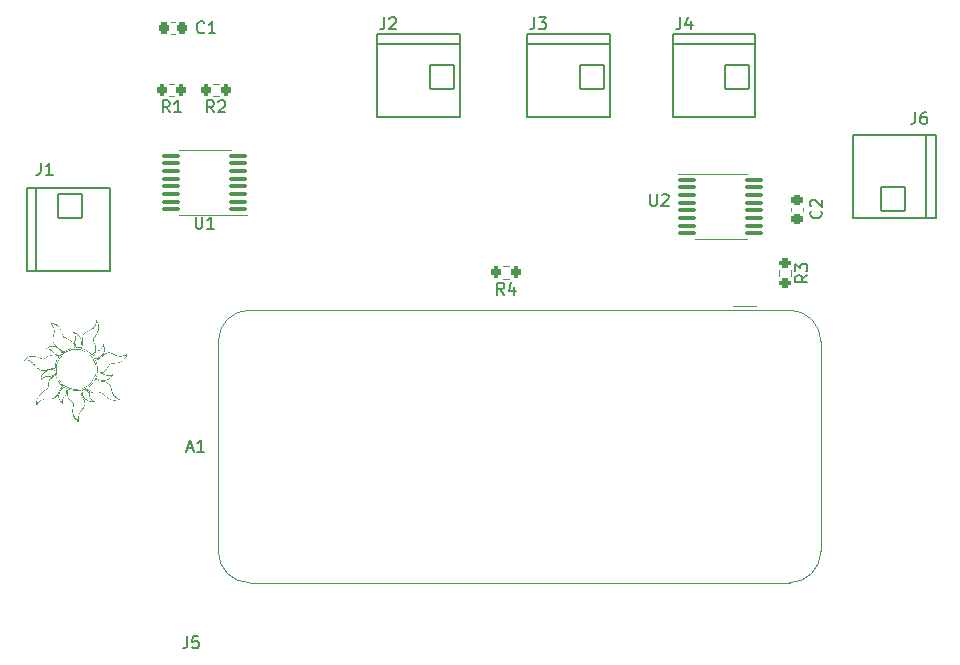
<source format=gto>
%TF.GenerationSoftware,KiCad,Pcbnew,7.0.8*%
%TF.CreationDate,2024-03-08T20:35:52-08:00*%
%TF.ProjectId,solar_charger,736f6c61-725f-4636-9861-726765722e6b,rev?*%
%TF.SameCoordinates,Original*%
%TF.FileFunction,Legend,Top*%
%TF.FilePolarity,Positive*%
%FSLAX46Y46*%
G04 Gerber Fmt 4.6, Leading zero omitted, Abs format (unit mm)*
G04 Created by KiCad (PCBNEW 7.0.8) date 2024-03-08 20:35:52*
%MOMM*%
%LPD*%
G01*
G04 APERTURE LIST*
G04 Aperture macros list*
%AMRoundRect*
0 Rectangle with rounded corners*
0 $1 Rounding radius*
0 $2 $3 $4 $5 $6 $7 $8 $9 X,Y pos of 4 corners*
0 Add a 4 corners polygon primitive as box body*
4,1,4,$2,$3,$4,$5,$6,$7,$8,$9,$2,$3,0*
0 Add four circle primitives for the rounded corners*
1,1,$1+$1,$2,$3*
1,1,$1+$1,$4,$5*
1,1,$1+$1,$6,$7*
1,1,$1+$1,$8,$9*
0 Add four rect primitives between the rounded corners*
20,1,$1+$1,$2,$3,$4,$5,0*
20,1,$1+$1,$4,$5,$6,$7,0*
20,1,$1+$1,$6,$7,$8,$9,0*
20,1,$1+$1,$8,$9,$2,$3,0*%
G04 Aperture macros list end*
%ADD10C,0.150000*%
%ADD11C,0.120000*%
%ADD12C,0.203200*%
%ADD13C,0.300000*%
%ADD14RoundRect,0.225000X0.225000X0.250000X-0.225000X0.250000X-0.225000X-0.250000X0.225000X-0.250000X0*%
%ADD15RoundRect,0.225000X-0.250000X0.225000X-0.250000X-0.225000X0.250000X-0.225000X0.250000X0.225000X0*%
%ADD16RoundRect,0.200000X0.200000X0.275000X-0.200000X0.275000X-0.200000X-0.275000X0.200000X-0.275000X0*%
%ADD17RoundRect,0.063500X1.016000X1.016000X-1.016000X1.016000X-1.016000X-1.016000X1.016000X-1.016000X0*%
%ADD18C,2.159000*%
%ADD19R,1.600000X1.600000*%
%ADD20C,1.600000*%
%ADD21RoundRect,0.200000X-0.275000X0.200000X-0.275000X-0.200000X0.275000X-0.200000X0.275000X0.200000X0*%
%ADD22RoundRect,0.100000X-0.637500X-0.100000X0.637500X-0.100000X0.637500X0.100000X-0.637500X0.100000X0*%
%ADD23RoundRect,0.100000X0.637500X0.100000X-0.637500X0.100000X-0.637500X-0.100000X0.637500X-0.100000X0*%
%ADD24RoundRect,0.063500X-1.016000X1.016000X-1.016000X-1.016000X1.016000X-1.016000X1.016000X1.016000X0*%
%ADD25RoundRect,0.063500X1.016000X-1.016000X1.016000X1.016000X-1.016000X1.016000X-1.016000X-1.016000X0*%
%ADD26R,1.700000X1.700000*%
%ADD27O,1.700000X1.700000*%
G04 APERTURE END LIST*
D10*
X115022333Y-39348580D02*
X114974714Y-39396200D01*
X114974714Y-39396200D02*
X114831857Y-39443819D01*
X114831857Y-39443819D02*
X114736619Y-39443819D01*
X114736619Y-39443819D02*
X114593762Y-39396200D01*
X114593762Y-39396200D02*
X114498524Y-39300961D01*
X114498524Y-39300961D02*
X114450905Y-39205723D01*
X114450905Y-39205723D02*
X114403286Y-39015247D01*
X114403286Y-39015247D02*
X114403286Y-38872390D01*
X114403286Y-38872390D02*
X114450905Y-38681914D01*
X114450905Y-38681914D02*
X114498524Y-38586676D01*
X114498524Y-38586676D02*
X114593762Y-38491438D01*
X114593762Y-38491438D02*
X114736619Y-38443819D01*
X114736619Y-38443819D02*
X114831857Y-38443819D01*
X114831857Y-38443819D02*
X114974714Y-38491438D01*
X114974714Y-38491438D02*
X115022333Y-38539057D01*
X115974714Y-39443819D02*
X115403286Y-39443819D01*
X115689000Y-39443819D02*
X115689000Y-38443819D01*
X115689000Y-38443819D02*
X115593762Y-38586676D01*
X115593762Y-38586676D02*
X115498524Y-38681914D01*
X115498524Y-38681914D02*
X115403286Y-38729533D01*
X167237580Y-54475666D02*
X167285200Y-54523285D01*
X167285200Y-54523285D02*
X167332819Y-54666142D01*
X167332819Y-54666142D02*
X167332819Y-54761380D01*
X167332819Y-54761380D02*
X167285200Y-54904237D01*
X167285200Y-54904237D02*
X167189961Y-54999475D01*
X167189961Y-54999475D02*
X167094723Y-55047094D01*
X167094723Y-55047094D02*
X166904247Y-55094713D01*
X166904247Y-55094713D02*
X166761390Y-55094713D01*
X166761390Y-55094713D02*
X166570914Y-55047094D01*
X166570914Y-55047094D02*
X166475676Y-54999475D01*
X166475676Y-54999475D02*
X166380438Y-54904237D01*
X166380438Y-54904237D02*
X166332819Y-54761380D01*
X166332819Y-54761380D02*
X166332819Y-54666142D01*
X166332819Y-54666142D02*
X166380438Y-54523285D01*
X166380438Y-54523285D02*
X166428057Y-54475666D01*
X166428057Y-54094713D02*
X166380438Y-54047094D01*
X166380438Y-54047094D02*
X166332819Y-53951856D01*
X166332819Y-53951856D02*
X166332819Y-53713761D01*
X166332819Y-53713761D02*
X166380438Y-53618523D01*
X166380438Y-53618523D02*
X166428057Y-53570904D01*
X166428057Y-53570904D02*
X166523295Y-53523285D01*
X166523295Y-53523285D02*
X166618533Y-53523285D01*
X166618533Y-53523285D02*
X166761390Y-53570904D01*
X166761390Y-53570904D02*
X167332819Y-54142332D01*
X167332819Y-54142332D02*
X167332819Y-53523285D01*
X140422333Y-61574819D02*
X140089000Y-61098628D01*
X139850905Y-61574819D02*
X139850905Y-60574819D01*
X139850905Y-60574819D02*
X140231857Y-60574819D01*
X140231857Y-60574819D02*
X140327095Y-60622438D01*
X140327095Y-60622438D02*
X140374714Y-60670057D01*
X140374714Y-60670057D02*
X140422333Y-60765295D01*
X140422333Y-60765295D02*
X140422333Y-60908152D01*
X140422333Y-60908152D02*
X140374714Y-61003390D01*
X140374714Y-61003390D02*
X140327095Y-61051009D01*
X140327095Y-61051009D02*
X140231857Y-61098628D01*
X140231857Y-61098628D02*
X139850905Y-61098628D01*
X141279476Y-60908152D02*
X141279476Y-61574819D01*
X141041381Y-60527200D02*
X140803286Y-61241485D01*
X140803286Y-61241485D02*
X141422333Y-61241485D01*
X142962493Y-38099819D02*
X142962493Y-38814104D01*
X142962493Y-38814104D02*
X142914874Y-38956961D01*
X142914874Y-38956961D02*
X142819636Y-39052200D01*
X142819636Y-39052200D02*
X142676779Y-39099819D01*
X142676779Y-39099819D02*
X142581541Y-39099819D01*
X143343446Y-38099819D02*
X143962493Y-38099819D01*
X143962493Y-38099819D02*
X143629160Y-38480771D01*
X143629160Y-38480771D02*
X143772017Y-38480771D01*
X143772017Y-38480771D02*
X143867255Y-38528390D01*
X143867255Y-38528390D02*
X143914874Y-38576009D01*
X143914874Y-38576009D02*
X143962493Y-38671247D01*
X143962493Y-38671247D02*
X143962493Y-38909342D01*
X143962493Y-38909342D02*
X143914874Y-39004580D01*
X143914874Y-39004580D02*
X143867255Y-39052200D01*
X143867255Y-39052200D02*
X143772017Y-39099819D01*
X143772017Y-39099819D02*
X143486303Y-39099819D01*
X143486303Y-39099819D02*
X143391065Y-39052200D01*
X143391065Y-39052200D02*
X143343446Y-39004580D01*
X113585714Y-74591104D02*
X114061904Y-74591104D01*
X113490476Y-74876819D02*
X113823809Y-73876819D01*
X113823809Y-73876819D02*
X114157142Y-74876819D01*
X115014285Y-74876819D02*
X114442857Y-74876819D01*
X114728571Y-74876819D02*
X114728571Y-73876819D01*
X114728571Y-73876819D02*
X114633333Y-74019676D01*
X114633333Y-74019676D02*
X114538095Y-74114914D01*
X114538095Y-74114914D02*
X114442857Y-74162533D01*
X166095819Y-59919666D02*
X165619628Y-60252999D01*
X166095819Y-60491094D02*
X165095819Y-60491094D01*
X165095819Y-60491094D02*
X165095819Y-60110142D01*
X165095819Y-60110142D02*
X165143438Y-60014904D01*
X165143438Y-60014904D02*
X165191057Y-59967285D01*
X165191057Y-59967285D02*
X165286295Y-59919666D01*
X165286295Y-59919666D02*
X165429152Y-59919666D01*
X165429152Y-59919666D02*
X165524390Y-59967285D01*
X165524390Y-59967285D02*
X165572009Y-60014904D01*
X165572009Y-60014904D02*
X165619628Y-60110142D01*
X165619628Y-60110142D02*
X165619628Y-60491094D01*
X165095819Y-59586332D02*
X165095819Y-58967285D01*
X165095819Y-58967285D02*
X165476771Y-59300618D01*
X165476771Y-59300618D02*
X165476771Y-59157761D01*
X165476771Y-59157761D02*
X165524390Y-59062523D01*
X165524390Y-59062523D02*
X165572009Y-59014904D01*
X165572009Y-59014904D02*
X165667247Y-58967285D01*
X165667247Y-58967285D02*
X165905342Y-58967285D01*
X165905342Y-58967285D02*
X166000580Y-59014904D01*
X166000580Y-59014904D02*
X166048200Y-59062523D01*
X166048200Y-59062523D02*
X166095819Y-59157761D01*
X166095819Y-59157761D02*
X166095819Y-59443475D01*
X166095819Y-59443475D02*
X166048200Y-59538713D01*
X166048200Y-59538713D02*
X166000580Y-59586332D01*
X152781095Y-53048819D02*
X152781095Y-53858342D01*
X152781095Y-53858342D02*
X152828714Y-53953580D01*
X152828714Y-53953580D02*
X152876333Y-54001200D01*
X152876333Y-54001200D02*
X152971571Y-54048819D01*
X152971571Y-54048819D02*
X153162047Y-54048819D01*
X153162047Y-54048819D02*
X153257285Y-54001200D01*
X153257285Y-54001200D02*
X153304904Y-53953580D01*
X153304904Y-53953580D02*
X153352523Y-53858342D01*
X153352523Y-53858342D02*
X153352523Y-53048819D01*
X153781095Y-53144057D02*
X153828714Y-53096438D01*
X153828714Y-53096438D02*
X153923952Y-53048819D01*
X153923952Y-53048819D02*
X154162047Y-53048819D01*
X154162047Y-53048819D02*
X154257285Y-53096438D01*
X154257285Y-53096438D02*
X154304904Y-53144057D01*
X154304904Y-53144057D02*
X154352523Y-53239295D01*
X154352523Y-53239295D02*
X154352523Y-53334533D01*
X154352523Y-53334533D02*
X154304904Y-53477390D01*
X154304904Y-53477390D02*
X153733476Y-54048819D01*
X153733476Y-54048819D02*
X154352523Y-54048819D01*
X155340839Y-38099819D02*
X155340839Y-38814104D01*
X155340839Y-38814104D02*
X155293220Y-38956961D01*
X155293220Y-38956961D02*
X155197982Y-39052200D01*
X155197982Y-39052200D02*
X155055125Y-39099819D01*
X155055125Y-39099819D02*
X154959887Y-39099819D01*
X156245601Y-38433152D02*
X156245601Y-39099819D01*
X156007506Y-38052200D02*
X155769411Y-38766485D01*
X155769411Y-38766485D02*
X156388458Y-38766485D01*
X130282493Y-38099819D02*
X130282493Y-38814104D01*
X130282493Y-38814104D02*
X130234874Y-38956961D01*
X130234874Y-38956961D02*
X130139636Y-39052200D01*
X130139636Y-39052200D02*
X129996779Y-39099819D01*
X129996779Y-39099819D02*
X129901541Y-39099819D01*
X130711065Y-38195057D02*
X130758684Y-38147438D01*
X130758684Y-38147438D02*
X130853922Y-38099819D01*
X130853922Y-38099819D02*
X131092017Y-38099819D01*
X131092017Y-38099819D02*
X131187255Y-38147438D01*
X131187255Y-38147438D02*
X131234874Y-38195057D01*
X131234874Y-38195057D02*
X131282493Y-38290295D01*
X131282493Y-38290295D02*
X131282493Y-38385533D01*
X131282493Y-38385533D02*
X131234874Y-38528390D01*
X131234874Y-38528390D02*
X130663446Y-39099819D01*
X130663446Y-39099819D02*
X131282493Y-39099819D01*
X114300095Y-54974819D02*
X114300095Y-55784342D01*
X114300095Y-55784342D02*
X114347714Y-55879580D01*
X114347714Y-55879580D02*
X114395333Y-55927200D01*
X114395333Y-55927200D02*
X114490571Y-55974819D01*
X114490571Y-55974819D02*
X114681047Y-55974819D01*
X114681047Y-55974819D02*
X114776285Y-55927200D01*
X114776285Y-55927200D02*
X114823904Y-55879580D01*
X114823904Y-55879580D02*
X114871523Y-55784342D01*
X114871523Y-55784342D02*
X114871523Y-54974819D01*
X115871523Y-55974819D02*
X115300095Y-55974819D01*
X115585809Y-55974819D02*
X115585809Y-54974819D01*
X115585809Y-54974819D02*
X115490571Y-55117676D01*
X115490571Y-55117676D02*
X115395333Y-55212914D01*
X115395333Y-55212914D02*
X115300095Y-55260533D01*
X115860833Y-46131319D02*
X115527500Y-45655128D01*
X115289405Y-46131319D02*
X115289405Y-45131319D01*
X115289405Y-45131319D02*
X115670357Y-45131319D01*
X115670357Y-45131319D02*
X115765595Y-45178938D01*
X115765595Y-45178938D02*
X115813214Y-45226557D01*
X115813214Y-45226557D02*
X115860833Y-45321795D01*
X115860833Y-45321795D02*
X115860833Y-45464652D01*
X115860833Y-45464652D02*
X115813214Y-45559890D01*
X115813214Y-45559890D02*
X115765595Y-45607509D01*
X115765595Y-45607509D02*
X115670357Y-45655128D01*
X115670357Y-45655128D02*
X115289405Y-45655128D01*
X116241786Y-45226557D02*
X116289405Y-45178938D01*
X116289405Y-45178938D02*
X116384643Y-45131319D01*
X116384643Y-45131319D02*
X116622738Y-45131319D01*
X116622738Y-45131319D02*
X116717976Y-45178938D01*
X116717976Y-45178938D02*
X116765595Y-45226557D01*
X116765595Y-45226557D02*
X116813214Y-45321795D01*
X116813214Y-45321795D02*
X116813214Y-45417033D01*
X116813214Y-45417033D02*
X116765595Y-45559890D01*
X116765595Y-45559890D02*
X116194167Y-46131319D01*
X116194167Y-46131319D02*
X116813214Y-46131319D01*
X101206493Y-50431819D02*
X101206493Y-51146104D01*
X101206493Y-51146104D02*
X101158874Y-51288961D01*
X101158874Y-51288961D02*
X101063636Y-51384200D01*
X101063636Y-51384200D02*
X100920779Y-51431819D01*
X100920779Y-51431819D02*
X100825541Y-51431819D01*
X102206493Y-51431819D02*
X101635065Y-51431819D01*
X101920779Y-51431819D02*
X101920779Y-50431819D01*
X101920779Y-50431819D02*
X101825541Y-50574676D01*
X101825541Y-50574676D02*
X101730303Y-50669914D01*
X101730303Y-50669914D02*
X101635065Y-50717533D01*
X175240839Y-46113819D02*
X175240839Y-46828104D01*
X175240839Y-46828104D02*
X175193220Y-46970961D01*
X175193220Y-46970961D02*
X175097982Y-47066200D01*
X175097982Y-47066200D02*
X174955125Y-47113819D01*
X174955125Y-47113819D02*
X174859887Y-47113819D01*
X176145601Y-46113819D02*
X175955125Y-46113819D01*
X175955125Y-46113819D02*
X175859887Y-46161438D01*
X175859887Y-46161438D02*
X175812268Y-46209057D01*
X175812268Y-46209057D02*
X175717030Y-46351914D01*
X175717030Y-46351914D02*
X175669411Y-46542390D01*
X175669411Y-46542390D02*
X175669411Y-46923342D01*
X175669411Y-46923342D02*
X175717030Y-47018580D01*
X175717030Y-47018580D02*
X175764649Y-47066200D01*
X175764649Y-47066200D02*
X175859887Y-47113819D01*
X175859887Y-47113819D02*
X176050363Y-47113819D01*
X176050363Y-47113819D02*
X176145601Y-47066200D01*
X176145601Y-47066200D02*
X176193220Y-47018580D01*
X176193220Y-47018580D02*
X176240839Y-46923342D01*
X176240839Y-46923342D02*
X176240839Y-46685247D01*
X176240839Y-46685247D02*
X176193220Y-46590009D01*
X176193220Y-46590009D02*
X176145601Y-46542390D01*
X176145601Y-46542390D02*
X176050363Y-46494771D01*
X176050363Y-46494771D02*
X175859887Y-46494771D01*
X175859887Y-46494771D02*
X175764649Y-46542390D01*
X175764649Y-46542390D02*
X175717030Y-46590009D01*
X175717030Y-46590009D02*
X175669411Y-46685247D01*
X112113833Y-46131319D02*
X111780500Y-45655128D01*
X111542405Y-46131319D02*
X111542405Y-45131319D01*
X111542405Y-45131319D02*
X111923357Y-45131319D01*
X111923357Y-45131319D02*
X112018595Y-45178938D01*
X112018595Y-45178938D02*
X112066214Y-45226557D01*
X112066214Y-45226557D02*
X112113833Y-45321795D01*
X112113833Y-45321795D02*
X112113833Y-45464652D01*
X112113833Y-45464652D02*
X112066214Y-45559890D01*
X112066214Y-45559890D02*
X112018595Y-45607509D01*
X112018595Y-45607509D02*
X111923357Y-45655128D01*
X111923357Y-45655128D02*
X111542405Y-45655128D01*
X113066214Y-46131319D02*
X112494786Y-46131319D01*
X112780500Y-46131319D02*
X112780500Y-45131319D01*
X112780500Y-45131319D02*
X112685262Y-45274176D01*
X112685262Y-45274176D02*
X112590024Y-45369414D01*
X112590024Y-45369414D02*
X112494786Y-45417033D01*
X113585666Y-90513819D02*
X113585666Y-91228104D01*
X113585666Y-91228104D02*
X113538047Y-91370961D01*
X113538047Y-91370961D02*
X113442809Y-91466200D01*
X113442809Y-91466200D02*
X113299952Y-91513819D01*
X113299952Y-91513819D02*
X113204714Y-91513819D01*
X114538047Y-90513819D02*
X114061857Y-90513819D01*
X114061857Y-90513819D02*
X114014238Y-90990009D01*
X114014238Y-90990009D02*
X114061857Y-90942390D01*
X114061857Y-90942390D02*
X114157095Y-90894771D01*
X114157095Y-90894771D02*
X114395190Y-90894771D01*
X114395190Y-90894771D02*
X114490428Y-90942390D01*
X114490428Y-90942390D02*
X114538047Y-90990009D01*
X114538047Y-90990009D02*
X114585666Y-91085247D01*
X114585666Y-91085247D02*
X114585666Y-91323342D01*
X114585666Y-91323342D02*
X114538047Y-91418580D01*
X114538047Y-91418580D02*
X114490428Y-91466200D01*
X114490428Y-91466200D02*
X114395190Y-91513819D01*
X114395190Y-91513819D02*
X114157095Y-91513819D01*
X114157095Y-91513819D02*
X114061857Y-91466200D01*
X114061857Y-91466200D02*
X114014238Y-91418580D01*
G36*
X104004824Y-64739191D02*
G01*
X104063131Y-64751383D01*
X104132441Y-64775660D01*
X104203759Y-64808470D01*
X104255949Y-64838309D01*
X104315325Y-64882046D01*
X104380814Y-64939963D01*
X104445841Y-65005374D01*
X104503833Y-65071595D01*
X104548214Y-65131943D01*
X104554154Y-65141505D01*
X104606021Y-65249540D01*
X104643059Y-65372506D01*
X104664852Y-65504434D01*
X104670982Y-65639356D01*
X104661032Y-65771302D01*
X104634588Y-65894303D01*
X104611277Y-65959790D01*
X104583642Y-66023457D01*
X104561941Y-66066866D01*
X104543553Y-66093664D01*
X104525858Y-66107496D01*
X104506238Y-66112009D01*
X104501824Y-66112114D01*
X104473405Y-66109822D01*
X104459058Y-66104987D01*
X104444149Y-66101588D01*
X104409528Y-66098046D01*
X104360861Y-66094849D01*
X104320486Y-66093042D01*
X104263426Y-66090950D01*
X104214554Y-66089158D01*
X104180293Y-66087902D01*
X104168662Y-66087475D01*
X104156417Y-66080818D01*
X104147997Y-66058871D01*
X104141835Y-66017050D01*
X104140723Y-66005758D01*
X104127509Y-65928257D01*
X104103212Y-65841379D01*
X104071506Y-65756406D01*
X104036271Y-65684971D01*
X104003824Y-65629605D01*
X104048302Y-65550071D01*
X104097030Y-65442566D01*
X104123576Y-65331990D01*
X104128503Y-65214338D01*
X104113150Y-65089613D01*
X104090220Y-64996859D01*
X104058754Y-64920927D01*
X104015121Y-64853728D01*
X103997634Y-64832325D01*
X103971433Y-64796313D01*
X104047187Y-64796313D01*
X104050773Y-64808763D01*
X104065554Y-64835455D01*
X104082249Y-64861457D01*
X104130800Y-64955067D01*
X104163069Y-65067948D01*
X104178978Y-65198171D01*
X104178239Y-65314960D01*
X104160469Y-65419733D01*
X104124006Y-65520683D01*
X104105935Y-65557758D01*
X104067606Y-65631738D01*
X104093830Y-65674170D01*
X104117962Y-65721913D01*
X104142899Y-65785462D01*
X104165579Y-65855530D01*
X104182942Y-65922832D01*
X104191018Y-65969036D01*
X104198883Y-66035952D01*
X104270123Y-66036893D01*
X104323284Y-66039423D01*
X104377002Y-66044768D01*
X104398486Y-66047998D01*
X104450715Y-66056699D01*
X104484399Y-66058347D01*
X104506007Y-66050244D01*
X104522004Y-66029687D01*
X104538858Y-65993977D01*
X104541331Y-65988351D01*
X104581827Y-65880190D01*
X104606431Y-65772917D01*
X104616303Y-65658947D01*
X104612603Y-65530696D01*
X104612184Y-65525087D01*
X104589966Y-65381471D01*
X104545900Y-65250548D01*
X104479421Y-65131171D01*
X104389966Y-65022195D01*
X104341825Y-64976030D01*
X104302518Y-64943777D01*
X104254865Y-64909046D01*
X104203406Y-64874605D01*
X104152682Y-64843226D01*
X104107234Y-64817676D01*
X104071602Y-64800726D01*
X104050327Y-64795145D01*
X104047187Y-64796313D01*
X103971433Y-64796313D01*
X103966669Y-64789765D01*
X103956951Y-64759644D01*
X103968438Y-64742498D01*
X104001088Y-64738862D01*
X104004824Y-64739191D01*
G37*
G36*
X106510053Y-68262857D02*
G01*
X106565880Y-68295601D01*
X106632466Y-68327909D01*
X106695962Y-68353099D01*
X106699531Y-68354291D01*
X106751163Y-68370019D01*
X106797178Y-68380265D01*
X106846038Y-68386195D01*
X106906206Y-68388974D01*
X106956257Y-68389649D01*
X107022642Y-68389643D01*
X107070420Y-68387933D01*
X107106360Y-68383482D01*
X107137232Y-68375251D01*
X107169808Y-68362201D01*
X107187465Y-68354186D01*
X107242492Y-68331617D01*
X107278816Y-68324178D01*
X107296989Y-68332804D01*
X107297567Y-68358426D01*
X107281104Y-68401977D01*
X107250516Y-68460222D01*
X107185715Y-68551464D01*
X107099956Y-68635643D01*
X106997310Y-68709931D01*
X106881850Y-68771499D01*
X106757648Y-68817519D01*
X106722181Y-68827153D01*
X106615674Y-68846027D01*
X106498480Y-68853715D01*
X106380614Y-68850202D01*
X106272091Y-68835473D01*
X106239065Y-68827898D01*
X106133582Y-68793368D01*
X106032669Y-68746880D01*
X105944401Y-68692482D01*
X105902684Y-68659346D01*
X105839215Y-68603098D01*
X105852018Y-68576657D01*
X105914441Y-68576657D01*
X105915338Y-68595372D01*
X105931195Y-68613698D01*
X105947921Y-68627924D01*
X106024602Y-68680573D01*
X106120379Y-68728085D01*
X106229084Y-68767794D01*
X106334268Y-68794946D01*
X106395171Y-68802009D01*
X106472142Y-68802710D01*
X106556803Y-68797542D01*
X106640777Y-68787001D01*
X106711405Y-68772684D01*
X106808395Y-68744403D01*
X106889812Y-68711300D01*
X106965469Y-68668762D01*
X107032766Y-68621599D01*
X107066564Y-68593040D01*
X107103901Y-68556572D01*
X107140927Y-68516677D01*
X107173792Y-68477834D01*
X107198646Y-68444522D01*
X107211639Y-68421223D01*
X107211715Y-68413366D01*
X107197778Y-68413873D01*
X107166810Y-68420441D01*
X107132734Y-68429610D01*
X107071153Y-68440936D01*
X106993258Y-68445639D01*
X106907156Y-68444040D01*
X106820950Y-68436462D01*
X106742746Y-68423228D01*
X106702384Y-68412498D01*
X106633084Y-68386957D01*
X106561281Y-68354707D01*
X106496535Y-68320348D01*
X106454853Y-68293412D01*
X106434836Y-68280330D01*
X106415890Y-68275393D01*
X106389552Y-68278222D01*
X106347358Y-68288439D01*
X106346843Y-68288573D01*
X106289889Y-68298902D01*
X106215478Y-68305649D01*
X106131377Y-68308115D01*
X106129777Y-68308116D01*
X105987741Y-68308116D01*
X105966312Y-68404435D01*
X105953133Y-68458298D01*
X105938748Y-68508837D01*
X105926157Y-68545551D01*
X105925579Y-68546955D01*
X105914441Y-68576657D01*
X105852018Y-68576657D01*
X105866261Y-68547241D01*
X105882928Y-68505889D01*
X105900487Y-68451472D01*
X105914937Y-68396577D01*
X105926773Y-68342723D01*
X105936566Y-68304343D01*
X105948500Y-68278811D01*
X105966759Y-68263500D01*
X105995527Y-68255782D01*
X106038987Y-68253031D01*
X106101325Y-68252619D01*
X106144500Y-68252444D01*
X106223161Y-68251295D01*
X106281099Y-68248914D01*
X106322968Y-68244826D01*
X106353420Y-68238555D01*
X106377110Y-68229625D01*
X106379622Y-68228401D01*
X106424975Y-68205807D01*
X106510053Y-68262857D01*
G37*
G36*
X103155699Y-69344346D02*
G01*
X103184267Y-69362210D01*
X103209744Y-69382630D01*
X103248777Y-69412463D01*
X103300579Y-69446237D01*
X103354847Y-69477297D01*
X103362289Y-69481170D01*
X103406057Y-69504597D01*
X103439533Y-69524392D01*
X103457489Y-69537384D01*
X103459155Y-69539915D01*
X103454650Y-69556417D01*
X103443416Y-69586453D01*
X103439130Y-69596920D01*
X103419415Y-69657377D01*
X103402533Y-69733947D01*
X103390058Y-69817383D01*
X103383565Y-69898441D01*
X103382993Y-69926638D01*
X103382519Y-69974714D01*
X103379404Y-70004406D01*
X103371109Y-70022715D01*
X103355097Y-70036642D01*
X103339521Y-70046556D01*
X103296641Y-70079502D01*
X103247248Y-70127279D01*
X103197696Y-70182832D01*
X103154339Y-70239104D01*
X103126859Y-70282682D01*
X103099314Y-70343360D01*
X103074358Y-70415736D01*
X103054595Y-70490461D01*
X103042629Y-70558188D01*
X103040265Y-70593588D01*
X103044190Y-70641425D01*
X103054129Y-70695756D01*
X103060175Y-70718879D01*
X103073005Y-70774315D01*
X103072236Y-70808332D01*
X103057902Y-70820924D01*
X103030040Y-70812087D01*
X102988686Y-70781816D01*
X102939498Y-70735777D01*
X102891220Y-70683622D01*
X102851525Y-70630800D01*
X102814231Y-70568427D01*
X102788536Y-70518934D01*
X102747595Y-70433787D01*
X102718488Y-70363930D01*
X102699620Y-70303107D01*
X102689395Y-70245061D01*
X102686219Y-70183539D01*
X102686829Y-70161389D01*
X102742520Y-70161389D01*
X102742640Y-70220312D01*
X102744799Y-70263560D01*
X102750827Y-70299383D01*
X102762552Y-70336032D01*
X102781804Y-70381758D01*
X102800567Y-70423211D01*
X102832275Y-70488779D01*
X102865664Y-70551049D01*
X102899051Y-70607768D01*
X102930748Y-70656682D01*
X102959070Y-70695539D01*
X102982331Y-70722087D01*
X102998846Y-70734073D01*
X103006928Y-70729244D01*
X103004893Y-70705348D01*
X103001298Y-70691433D01*
X102990373Y-70616930D01*
X102994988Y-70528282D01*
X103014838Y-70431180D01*
X103015199Y-70429876D01*
X103048581Y-70328359D01*
X103089808Y-70242824D01*
X103143874Y-70164849D01*
X103215769Y-70086014D01*
X103223728Y-70078155D01*
X103328068Y-69975881D01*
X103336408Y-69856016D01*
X103344824Y-69771731D01*
X103357495Y-69691387D01*
X103373052Y-69622365D01*
X103388469Y-69575828D01*
X103387889Y-69562815D01*
X103373342Y-69547136D01*
X103341591Y-69526139D01*
X103298086Y-69501823D01*
X103249481Y-69474461D01*
X103206663Y-69448168D01*
X103176842Y-69427443D01*
X103171051Y-69422564D01*
X103143166Y-69396615D01*
X103078931Y-69443768D01*
X102994589Y-69520369D01*
X102918406Y-69620443D01*
X102850234Y-69744220D01*
X102789925Y-69891933D01*
X102784498Y-69907516D01*
X102764564Y-69968944D01*
X102752148Y-70018936D01*
X102745500Y-70068075D01*
X102742869Y-70126946D01*
X102742520Y-70161389D01*
X102686829Y-70161389D01*
X102687855Y-70124131D01*
X102703278Y-70006925D01*
X102736472Y-69881709D01*
X102784751Y-69755508D01*
X102845432Y-69635351D01*
X102915115Y-69529211D01*
X102946977Y-69492784D01*
X102990082Y-69451009D01*
X103038121Y-69409234D01*
X103084787Y-69372807D01*
X103123771Y-69347077D01*
X103138420Y-69339890D01*
X103155699Y-69344346D01*
G37*
G36*
X106486650Y-65742851D02*
G01*
X106509729Y-65771715D01*
X106534951Y-65816590D01*
X106560483Y-65873125D01*
X106584486Y-65936970D01*
X106605127Y-66003773D01*
X106620570Y-66069183D01*
X106627490Y-66113419D01*
X106628409Y-66179193D01*
X106619400Y-66259371D01*
X106601966Y-66345688D01*
X106577612Y-66429881D01*
X106562473Y-66470668D01*
X106509456Y-66571870D01*
X106435115Y-66671406D01*
X106343462Y-66766000D01*
X106238508Y-66852375D01*
X106124266Y-66927257D01*
X106004746Y-66987369D01*
X105883962Y-67029434D01*
X105875464Y-67031644D01*
X105823146Y-67044277D01*
X105789258Y-67049276D01*
X105767741Y-67045693D01*
X105752532Y-67032581D01*
X105738267Y-67010190D01*
X105720658Y-66981188D01*
X105693660Y-66938296D01*
X105661884Y-66888802D01*
X105646674Y-66865430D01*
X105617563Y-66819144D01*
X105594729Y-66779481D01*
X105581276Y-66752017D01*
X105581111Y-66751429D01*
X105630290Y-66751429D01*
X105659415Y-66790367D01*
X105681053Y-66821499D01*
X105709197Y-66864885D01*
X105736236Y-66908641D01*
X105760876Y-66947647D01*
X105782566Y-66972664D01*
X105806505Y-66984648D01*
X105837889Y-66984554D01*
X105881916Y-66973336D01*
X105943784Y-66951950D01*
X105953266Y-66948524D01*
X106090383Y-66885972D01*
X106221369Y-66799583D01*
X106340886Y-66694967D01*
X106413478Y-66614950D01*
X106470558Y-66531492D01*
X106514614Y-66439324D01*
X106548140Y-66333178D01*
X106573625Y-66207787D01*
X106574848Y-66200192D01*
X106575721Y-66166290D01*
X106571104Y-66118716D01*
X106562219Y-66062829D01*
X106550288Y-66003989D01*
X106536531Y-65947556D01*
X106522171Y-65898889D01*
X106508430Y-65863348D01*
X106496528Y-65846294D01*
X106494023Y-65845547D01*
X106485479Y-65856715D01*
X106477453Y-65884422D01*
X106475873Y-65893177D01*
X106457085Y-65950699D01*
X106420072Y-66016152D01*
X106368856Y-66085236D01*
X106307459Y-66153653D01*
X106239904Y-66217102D01*
X106170213Y-66271284D01*
X106102407Y-66311900D01*
X106071533Y-66325382D01*
X106020192Y-66342040D01*
X105966675Y-66355578D01*
X105943439Y-66359902D01*
X105905169Y-66368100D01*
X105887085Y-66379514D01*
X105883643Y-66391752D01*
X105876131Y-66414467D01*
X105855595Y-66452362D01*
X105825036Y-66500931D01*
X105787457Y-66555662D01*
X105745858Y-66612047D01*
X105703240Y-66665577D01*
X105694364Y-66676124D01*
X105630290Y-66751429D01*
X105581111Y-66751429D01*
X105578995Y-66743895D01*
X105586888Y-66726550D01*
X105607909Y-66696057D01*
X105638077Y-66658021D01*
X105649766Y-66644302D01*
X105703370Y-66579304D01*
X105751098Y-66515320D01*
X105789981Y-66456793D01*
X105817048Y-66408169D01*
X105828917Y-66376222D01*
X105836597Y-66349990D01*
X105850621Y-66332225D01*
X105876422Y-66319573D01*
X105919430Y-66308680D01*
X105947111Y-66303217D01*
X106050696Y-66272324D01*
X106147606Y-66219472D01*
X106240582Y-66143099D01*
X106257769Y-66126065D01*
X106322432Y-66057231D01*
X106369767Y-65998570D01*
X106402710Y-65944962D01*
X106424198Y-65891290D01*
X106437167Y-65832434D01*
X106440476Y-65807619D01*
X106449140Y-65760400D01*
X106461677Y-65737147D01*
X106467551Y-65734348D01*
X106486650Y-65742851D01*
G37*
G36*
X105027697Y-69499100D02*
G01*
X105049158Y-69526629D01*
X105072555Y-69565373D01*
X105073678Y-69567469D01*
X105109404Y-69625237D01*
X105154641Y-69684947D01*
X105204045Y-69740602D01*
X105252272Y-69786202D01*
X105293979Y-69815747D01*
X105295587Y-69816587D01*
X105338074Y-69838385D01*
X105341353Y-69996714D01*
X105343332Y-70066026D01*
X105346614Y-70116461D01*
X105352243Y-70154527D01*
X105361264Y-70186734D01*
X105374723Y-70219590D01*
X105378422Y-70227636D01*
X105405955Y-70279920D01*
X105439339Y-70334082D01*
X105458255Y-70360919D01*
X105500223Y-70409037D01*
X105552545Y-70458558D01*
X105609010Y-70504518D01*
X105663406Y-70541955D01*
X105709520Y-70565907D01*
X105718969Y-70569189D01*
X105755181Y-70585033D01*
X105768597Y-70602630D01*
X105761612Y-70620587D01*
X105736621Y-70637511D01*
X105696020Y-70652007D01*
X105642203Y-70662684D01*
X105577567Y-70668148D01*
X105548131Y-70668555D01*
X105480826Y-70663792D01*
X105405961Y-70649400D01*
X105325122Y-70626826D01*
X105186429Y-70575790D01*
X105067514Y-70513496D01*
X104964268Y-70437280D01*
X104872581Y-70344481D01*
X104853100Y-70321013D01*
X104806944Y-70250760D01*
X104764435Y-70161790D01*
X104727670Y-70060727D01*
X104698749Y-69954195D01*
X104679768Y-69848818D01*
X104673517Y-69761539D01*
X104729113Y-69761539D01*
X104733592Y-69824711D01*
X104746510Y-69903038D01*
X104765917Y-69988508D01*
X104789866Y-70073111D01*
X104816408Y-70148836D01*
X104832221Y-70185528D01*
X104889729Y-70279242D01*
X104968855Y-70366438D01*
X105066136Y-70444511D01*
X105178107Y-70510854D01*
X105301302Y-70562860D01*
X105356856Y-70580165D01*
X105405277Y-70593715D01*
X105444584Y-70604797D01*
X105468109Y-70611530D01*
X105471099Y-70612422D01*
X105494070Y-70615754D01*
X105530254Y-70617286D01*
X105572051Y-70617186D01*
X105611856Y-70615618D01*
X105642069Y-70612750D01*
X105655086Y-70608746D01*
X105655157Y-70608404D01*
X105645293Y-70596011D01*
X105621021Y-70578374D01*
X105615678Y-70575126D01*
X105588708Y-70555914D01*
X105550266Y-70524440D01*
X105506988Y-70486236D01*
X105488776Y-70469335D01*
X105429483Y-70407815D01*
X105384279Y-70346210D01*
X105351517Y-70287294D01*
X105325029Y-70229572D01*
X105306479Y-70175314D01*
X105294339Y-70117272D01*
X105287079Y-70048199D01*
X105283251Y-69963653D01*
X105280695Y-69873812D01*
X105210879Y-69817057D01*
X105176542Y-69785139D01*
X105136027Y-69741506D01*
X105094007Y-69691933D01*
X105055157Y-69642194D01*
X105024149Y-69598064D01*
X105005657Y-69565317D01*
X105004260Y-69561767D01*
X104994481Y-69553988D01*
X104972804Y-69562167D01*
X104961897Y-69568677D01*
X104933139Y-69584989D01*
X104889643Y-69607728D01*
X104839682Y-69632599D01*
X104827472Y-69638493D01*
X104729672Y-69685377D01*
X104729113Y-69761539D01*
X104673517Y-69761539D01*
X104672828Y-69751912D01*
X104674504Y-69698769D01*
X104683122Y-69663971D01*
X104703368Y-69640578D01*
X104739927Y-69621648D01*
X104768054Y-69610855D01*
X104809187Y-69593052D01*
X104860458Y-69567113D01*
X104910162Y-69539008D01*
X104952685Y-69514781D01*
X104988508Y-69496929D01*
X105010816Y-69488800D01*
X105012688Y-69488626D01*
X105027697Y-69499100D01*
G37*
G36*
X104307668Y-66178358D02*
G01*
X104400305Y-66183768D01*
X104477177Y-66192267D01*
X104490893Y-66194490D01*
X104688828Y-66241631D01*
X104878385Y-66311720D01*
X105057744Y-66403184D01*
X105225088Y-66514447D01*
X105378601Y-66643935D01*
X105516463Y-66790075D01*
X105636859Y-66951292D01*
X105737968Y-67126011D01*
X105817975Y-67312659D01*
X105833187Y-67357067D01*
X105868868Y-67478763D01*
X105893275Y-67594264D01*
X105907780Y-67712691D01*
X105913751Y-67843165D01*
X105914074Y-67895572D01*
X105910143Y-68034792D01*
X105898158Y-68158161D01*
X105876733Y-68274324D01*
X105844481Y-68391926D01*
X105824996Y-68450707D01*
X105744300Y-68645700D01*
X105643152Y-68826426D01*
X105522824Y-68991751D01*
X105384591Y-69140543D01*
X105229725Y-69271666D01*
X105059500Y-69383989D01*
X104875189Y-69476377D01*
X104678066Y-69547697D01*
X104557156Y-69579235D01*
X104482854Y-69592052D01*
X104391518Y-69601799D01*
X104290206Y-69608267D01*
X104185975Y-69611250D01*
X104085883Y-69610541D01*
X103996988Y-69605932D01*
X103928820Y-69597663D01*
X103720214Y-69548563D01*
X103523273Y-69477839D01*
X103339225Y-69386687D01*
X103169298Y-69276303D01*
X103014721Y-69147881D01*
X102876720Y-69002618D01*
X102756524Y-68841710D01*
X102655362Y-68666351D01*
X102574460Y-68477737D01*
X102515048Y-68277064D01*
X102500012Y-68206567D01*
X102486826Y-68113399D01*
X102478990Y-68003948D01*
X102476527Y-67886752D01*
X102478099Y-67824424D01*
X102528248Y-67824424D01*
X102531267Y-68022164D01*
X102558134Y-68219230D01*
X102609350Y-68413387D01*
X102610221Y-68416012D01*
X102686969Y-68607878D01*
X102784072Y-68785314D01*
X102900382Y-68947384D01*
X103034749Y-69093154D01*
X103186026Y-69221688D01*
X103353062Y-69332050D01*
X103534709Y-69423305D01*
X103729820Y-69494516D01*
X103937244Y-69544750D01*
X104011329Y-69557025D01*
X104064837Y-69561344D01*
X104136757Y-69562211D01*
X104220405Y-69560003D01*
X104309098Y-69555101D01*
X104396151Y-69547881D01*
X104474880Y-69538724D01*
X104538601Y-69528008D01*
X104543993Y-69526843D01*
X104742135Y-69470283D01*
X104929291Y-69391714D01*
X105103937Y-69292501D01*
X105264552Y-69174015D01*
X105409611Y-69037622D01*
X105537593Y-68884691D01*
X105646973Y-68716589D01*
X105736230Y-68534685D01*
X105780649Y-68416012D01*
X105831718Y-68222642D01*
X105858676Y-68025047D01*
X105861875Y-67825803D01*
X105841663Y-67627488D01*
X105798389Y-67432678D01*
X105732403Y-67243951D01*
X105644055Y-67063883D01*
X105584132Y-66966569D01*
X105461913Y-66805509D01*
X105321370Y-66661312D01*
X105164072Y-66535069D01*
X104991589Y-66427871D01*
X104805489Y-66340808D01*
X104607344Y-66274973D01*
X104578317Y-66267407D01*
X104528496Y-66255350D01*
X104485129Y-66246506D01*
X104442702Y-66240385D01*
X104395702Y-66236495D01*
X104338616Y-66234345D01*
X104265930Y-66233445D01*
X104195387Y-66233293D01*
X104106705Y-66233569D01*
X104037912Y-66234720D01*
X103983511Y-66237232D01*
X103938008Y-66241591D01*
X103895907Y-66248283D01*
X103851712Y-66257793D01*
X103814212Y-66266985D01*
X103615586Y-66328076D01*
X103433520Y-66407523D01*
X103265769Y-66506629D01*
X103110085Y-66626697D01*
X102982983Y-66748931D01*
X102853400Y-66903801D01*
X102744669Y-67071401D01*
X102657289Y-67249498D01*
X102591759Y-67435857D01*
X102548579Y-67628244D01*
X102528248Y-67824424D01*
X102478099Y-67824424D01*
X102479462Y-67770349D01*
X102487819Y-67663277D01*
X102498274Y-67590880D01*
X102548274Y-67389314D01*
X102620920Y-67197008D01*
X102714847Y-67015742D01*
X102828692Y-66847298D01*
X102961088Y-66693457D01*
X103110671Y-66556000D01*
X103276076Y-66436710D01*
X103455938Y-66337365D01*
X103460422Y-66335240D01*
X103569243Y-66289157D01*
X103687969Y-66247915D01*
X103806918Y-66214497D01*
X103916402Y-66191884D01*
X103934914Y-66189114D01*
X104012887Y-66181415D01*
X104106186Y-66177106D01*
X104207037Y-66176112D01*
X104307668Y-66178358D01*
G37*
G36*
X102493657Y-68390926D02*
G01*
X102506214Y-68419024D01*
X102512235Y-68449177D01*
X102528683Y-68512467D01*
X102558950Y-68590262D01*
X102600509Y-68677637D01*
X102650838Y-68769669D01*
X102707411Y-68861433D01*
X102767705Y-68948007D01*
X102768553Y-68949145D01*
X102803564Y-68993408D01*
X102850322Y-69048824D01*
X102902805Y-69108420D01*
X102954988Y-69165218D01*
X102956598Y-69166924D01*
X103000609Y-69214294D01*
X103037536Y-69255498D01*
X103064210Y-69286886D01*
X103077459Y-69304807D01*
X103078346Y-69307103D01*
X103069736Y-69320831D01*
X103047118Y-69346210D01*
X103015305Y-69377856D01*
X103013872Y-69379211D01*
X102977158Y-69418309D01*
X102934760Y-69470191D01*
X102893929Y-69525796D01*
X102880260Y-69546130D01*
X102848020Y-69597092D01*
X102819580Y-69646053D01*
X102792139Y-69698551D01*
X102762895Y-69760124D01*
X102729049Y-69836309D01*
X102703879Y-69894822D01*
X102637815Y-70029240D01*
X102562935Y-70141354D01*
X102476909Y-70233405D01*
X102377408Y-70307632D01*
X102262103Y-70366277D01*
X102183795Y-70395101D01*
X102143337Y-70407555D01*
X102107180Y-70416418D01*
X102069627Y-70422294D01*
X102024981Y-70425787D01*
X101967542Y-70427501D01*
X101891614Y-70428040D01*
X101872801Y-70428060D01*
X101727706Y-70430293D01*
X101603994Y-70437348D01*
X101497989Y-70449993D01*
X101406012Y-70468996D01*
X101324385Y-70495124D01*
X101249432Y-70529146D01*
X101177474Y-70571830D01*
X101174370Y-70573885D01*
X101070192Y-70655504D01*
X100988500Y-70747452D01*
X100927879Y-70851503D01*
X100903359Y-70913488D01*
X100889757Y-70933352D01*
X100870875Y-70928437D01*
X100846810Y-70898772D01*
X100844124Y-70894448D01*
X100824615Y-70842067D01*
X100816731Y-70771796D01*
X100817857Y-70737978D01*
X100869769Y-70737978D01*
X100869888Y-70840500D01*
X100909891Y-70770685D01*
X100939203Y-70727005D01*
X100979386Y-70676595D01*
X101022315Y-70629567D01*
X101027188Y-70624707D01*
X101137982Y-70532834D01*
X101262036Y-70462540D01*
X101399510Y-70413751D01*
X101523373Y-70389607D01*
X101566442Y-70385663D01*
X101628407Y-70382242D01*
X101702780Y-70379593D01*
X101783071Y-70377966D01*
X101836204Y-70377573D01*
X101922056Y-70377012D01*
X101987706Y-70375368D01*
X102038333Y-70372187D01*
X102079114Y-70367016D01*
X102115226Y-70359401D01*
X102147198Y-70350337D01*
X102258673Y-70309276D01*
X102352317Y-70259091D01*
X102435183Y-70195679D01*
X102469725Y-70162855D01*
X102499258Y-70131921D01*
X102525516Y-70100898D01*
X102550406Y-70066484D01*
X102575834Y-70025374D01*
X102603706Y-69974267D01*
X102635929Y-69909858D01*
X102674410Y-69828844D01*
X102721055Y-69727922D01*
X102722220Y-69725382D01*
X102763745Y-69642150D01*
X102811546Y-69558291D01*
X102861875Y-69479604D01*
X102910984Y-69411887D01*
X102955128Y-69360941D01*
X102962124Y-69354125D01*
X103012914Y-69306294D01*
X102906467Y-69193216D01*
X102768139Y-69034399D01*
X102653483Y-68877129D01*
X102562947Y-68722105D01*
X102496980Y-68570026D01*
X102487089Y-68540994D01*
X102470467Y-68490982D01*
X102456009Y-68458743D01*
X102438878Y-68442825D01*
X102414238Y-68441778D01*
X102377252Y-68454152D01*
X102323083Y-68478495D01*
X102305650Y-68486577D01*
X102199985Y-68544575D01*
X102112908Y-68613353D01*
X102047977Y-68685059D01*
X102000361Y-68749513D01*
X101963326Y-68809959D01*
X101935088Y-68871657D01*
X101913866Y-68939864D01*
X101897876Y-69019840D01*
X101885337Y-69116844D01*
X101878854Y-69183978D01*
X101865349Y-69301138D01*
X101846606Y-69396546D01*
X101820987Y-69473581D01*
X101786851Y-69535622D01*
X101742557Y-69586049D01*
X101686466Y-69628240D01*
X101654163Y-69646939D01*
X101502979Y-69739810D01*
X101351058Y-69856093D01*
X101204741Y-69990025D01*
X101145426Y-70049594D01*
X101101001Y-70096582D01*
X101067754Y-70135687D01*
X101041973Y-70171604D01*
X101019949Y-70209031D01*
X100999134Y-70250245D01*
X100954206Y-70355369D01*
X100916986Y-70466141D01*
X100889363Y-70575444D01*
X100873223Y-70676164D01*
X100869769Y-70737978D01*
X100817857Y-70737978D01*
X100819527Y-70687801D01*
X100832060Y-70594249D01*
X100853385Y-70495307D01*
X100882559Y-70395141D01*
X100918636Y-70297918D01*
X100960674Y-70207806D01*
X101007727Y-70128970D01*
X101022110Y-70108901D01*
X101099344Y-70016779D01*
X101194391Y-69920751D01*
X101301328Y-69825915D01*
X101414231Y-69737371D01*
X101527178Y-69660216D01*
X101580495Y-69628254D01*
X101645965Y-69589053D01*
X101693363Y-69554798D01*
X101727925Y-69520373D01*
X101754885Y-69480662D01*
X101776928Y-69436283D01*
X101792609Y-69396880D01*
X101804056Y-69355450D01*
X101812556Y-69305311D01*
X101819398Y-69239780D01*
X101822572Y-69199530D01*
X101828603Y-69120982D01*
X101834087Y-69061671D01*
X101840018Y-69015496D01*
X101847391Y-68976353D01*
X101857200Y-68938139D01*
X101870440Y-68894752D01*
X101874120Y-68883260D01*
X101922987Y-68771163D01*
X101993549Y-68666386D01*
X102082448Y-68572135D01*
X102186327Y-68491616D01*
X102301830Y-68428034D01*
X102383761Y-68396597D01*
X102437187Y-68381660D01*
X102472233Y-68379120D01*
X102493657Y-68390926D01*
G37*
G36*
X105847564Y-68671020D02*
G01*
X105876049Y-68687468D01*
X105885347Y-68694758D01*
X105953441Y-68741322D01*
X106041035Y-68784711D01*
X106142263Y-68822812D01*
X106251260Y-68853515D01*
X106362162Y-68874709D01*
X106397736Y-68879208D01*
X106491103Y-68890464D01*
X106565362Y-68902330D01*
X106626772Y-68916381D01*
X106681594Y-68934188D01*
X106736088Y-68957325D01*
X106765852Y-68971725D01*
X106877054Y-69034133D01*
X106967480Y-69101481D01*
X107041735Y-69178206D01*
X107104424Y-69268748D01*
X107137606Y-69329955D01*
X107154099Y-69363140D01*
X107166699Y-69390221D01*
X107176822Y-69416014D01*
X107185883Y-69445338D01*
X107195299Y-69483008D01*
X107206483Y-69533843D01*
X107220851Y-69602660D01*
X107228277Y-69638570D01*
X107256178Y-69758342D01*
X107287170Y-69857963D01*
X107323818Y-69942661D01*
X107368686Y-70017666D01*
X107424342Y-70088207D01*
X107475077Y-70141699D01*
X107525107Y-70189246D01*
X107577427Y-70235547D01*
X107624613Y-70274183D01*
X107649594Y-70292543D01*
X107701050Y-70323264D01*
X107761034Y-70352590D01*
X107822207Y-70377554D01*
X107877229Y-70395185D01*
X107918763Y-70402516D01*
X107921552Y-70402569D01*
X107946621Y-70408882D01*
X107951351Y-70424646D01*
X107936437Y-70445098D01*
X107913101Y-70460479D01*
X107876422Y-70474211D01*
X107820352Y-70488874D01*
X107750811Y-70503468D01*
X107673723Y-70516992D01*
X107595008Y-70528447D01*
X107520588Y-70536831D01*
X107456386Y-70541145D01*
X107433482Y-70541500D01*
X107355329Y-70537150D01*
X107276564Y-70526318D01*
X107232878Y-70516822D01*
X107109063Y-70477827D01*
X106992062Y-70426673D01*
X106878833Y-70361279D01*
X106766332Y-70279565D01*
X106651519Y-70179451D01*
X106531351Y-70058857D01*
X106477128Y-70000023D01*
X106440132Y-69962578D01*
X106402765Y-69930374D01*
X106375817Y-69912007D01*
X106327159Y-69897063D01*
X106260839Y-69892179D01*
X106182532Y-69897414D01*
X106113645Y-69909236D01*
X106075684Y-69914658D01*
X106017920Y-69919315D01*
X105945932Y-69922902D01*
X105865302Y-69925114D01*
X105813828Y-69925659D01*
X105731968Y-69925834D01*
X105670891Y-69925286D01*
X105625992Y-69923512D01*
X105592667Y-69920009D01*
X105566312Y-69914273D01*
X105542324Y-69905802D01*
X105516097Y-69894093D01*
X105513390Y-69892826D01*
X105438442Y-69852781D01*
X105363630Y-69803980D01*
X105291953Y-69749327D01*
X105226409Y-69691726D01*
X105169996Y-69634080D01*
X105125713Y-69579293D01*
X105096559Y-69530271D01*
X105088467Y-69500658D01*
X105147411Y-69500658D01*
X105155332Y-69521712D01*
X105176170Y-69554497D01*
X105205537Y-69592168D01*
X105207706Y-69594704D01*
X105291904Y-69680514D01*
X105385742Y-69755335D01*
X105483557Y-69815350D01*
X105579685Y-69856740D01*
X105609332Y-69865471D01*
X105669899Y-69875275D01*
X105750432Y-69879527D01*
X105846151Y-69878368D01*
X105952281Y-69871934D01*
X106064044Y-69860364D01*
X106137516Y-69850145D01*
X106199173Y-69842175D01*
X106257368Y-69837300D01*
X106303908Y-69836082D01*
X106323452Y-69837428D01*
X106391737Y-69859797D01*
X106462289Y-69906692D01*
X106534181Y-69977456D01*
X106555062Y-70002242D01*
X106673492Y-70131606D01*
X106804474Y-70244471D01*
X106944686Y-70338595D01*
X107090808Y-70411738D01*
X107234036Y-70460259D01*
X107326304Y-70479760D01*
X107415733Y-70488581D01*
X107509981Y-70486838D01*
X107616703Y-70474648D01*
X107664851Y-70466830D01*
X107720876Y-70456709D01*
X107767009Y-70447588D01*
X107797893Y-70440577D01*
X107808111Y-70437155D01*
X107800648Y-70429744D01*
X107775308Y-70416462D01*
X107744881Y-70403225D01*
X107654730Y-70357226D01*
X107561085Y-70292775D01*
X107469920Y-70214976D01*
X107387211Y-70128931D01*
X107318933Y-70039746D01*
X107318411Y-70038957D01*
X107282482Y-69978074D01*
X107250757Y-69909123D01*
X107221803Y-69827994D01*
X107194191Y-69730580D01*
X107166488Y-69612771D01*
X107160830Y-69586494D01*
X107133939Y-69476399D01*
X107103435Y-69385744D01*
X107066909Y-69308611D01*
X107021951Y-69239084D01*
X107016258Y-69231475D01*
X106956881Y-69166770D01*
X106880059Y-69102994D01*
X106793391Y-69045246D01*
X106704476Y-68998627D01*
X106626222Y-68969673D01*
X106594079Y-68962730D01*
X106543493Y-68954092D01*
X106481258Y-68944833D01*
X106414168Y-68936025D01*
X106410430Y-68935570D01*
X106239224Y-68906195D01*
X106087491Y-68862011D01*
X105955890Y-68803220D01*
X105930273Y-68788682D01*
X105889515Y-68765272D01*
X105858244Y-68748644D01*
X105841837Y-68741614D01*
X105840651Y-68741729D01*
X105832894Y-68753893D01*
X105815540Y-68781440D01*
X105794021Y-68815731D01*
X105717793Y-68925839D01*
X105624948Y-69041373D01*
X105521357Y-69155976D01*
X105412893Y-69263293D01*
X105305426Y-69356968D01*
X105264827Y-69388599D01*
X105206839Y-69434289D01*
X105167820Y-69469978D01*
X105149005Y-69494485D01*
X105147411Y-69500658D01*
X105088467Y-69500658D01*
X105085531Y-69489916D01*
X105086335Y-69479231D01*
X105097529Y-69463571D01*
X105124974Y-69436619D01*
X105164516Y-69402186D01*
X105210932Y-69364910D01*
X105271027Y-69316576D01*
X105335338Y-69261854D01*
X105394453Y-69208876D01*
X105424623Y-69180224D01*
X105486000Y-69116723D01*
X105550693Y-69044185D01*
X105614638Y-68967675D01*
X105673769Y-68892256D01*
X105724022Y-68822993D01*
X105761333Y-68764949D01*
X105769052Y-68751126D01*
X105792166Y-68711408D01*
X105813256Y-68681394D01*
X105827537Y-68667739D01*
X105847564Y-68671020D01*
G37*
G36*
X105924027Y-63724538D02*
G01*
X105958238Y-63756278D01*
X105993727Y-63803988D01*
X106027742Y-63863419D01*
X106057529Y-63930323D01*
X106080338Y-64000452D01*
X106080500Y-64001074D01*
X106088629Y-64048067D01*
X106094534Y-64114043D01*
X106098149Y-64192692D01*
X106099411Y-64277701D01*
X106098254Y-64362759D01*
X106094613Y-64441554D01*
X106088425Y-64507775D01*
X106085875Y-64525407D01*
X106062220Y-64628645D01*
X106023858Y-64744153D01*
X105973501Y-64865731D01*
X105913861Y-64987179D01*
X105847648Y-65102296D01*
X105805748Y-65165958D01*
X105762392Y-65228816D01*
X105731740Y-65275753D01*
X105711774Y-65311531D01*
X105700474Y-65340911D01*
X105695823Y-65368656D01*
X105695802Y-65399526D01*
X105697206Y-65422010D01*
X105705831Y-65477548D01*
X105725276Y-65547740D01*
X105756456Y-65635744D01*
X105767517Y-65664270D01*
X105808543Y-65773374D01*
X105838506Y-65865605D01*
X105858698Y-65946270D01*
X105870412Y-66020674D01*
X105874942Y-66094122D01*
X105875084Y-66105767D01*
X105873724Y-66163607D01*
X105867302Y-66211338D01*
X105853552Y-66260440D01*
X105834388Y-66311885D01*
X105807997Y-66372059D01*
X105776445Y-66434465D01*
X105745991Y-66486830D01*
X105742200Y-66492619D01*
X105706851Y-66541738D01*
X105666948Y-66591164D01*
X105626408Y-66636710D01*
X105589150Y-66674190D01*
X105559091Y-66699418D01*
X105540444Y-66708220D01*
X105523966Y-66699321D01*
X105495238Y-66675872D01*
X105459154Y-66642049D01*
X105439365Y-66622014D01*
X105338215Y-66528668D01*
X105218211Y-66437287D01*
X105085815Y-66351728D01*
X104947489Y-66275847D01*
X104809697Y-66213500D01*
X104679892Y-66168821D01*
X104638290Y-66155997D01*
X104607516Y-66144355D01*
X104594922Y-66136992D01*
X104596705Y-66121486D01*
X104602191Y-66104068D01*
X104666566Y-66104068D01*
X104679974Y-66109636D01*
X104711525Y-66121238D01*
X104755327Y-66136728D01*
X104772948Y-66142839D01*
X104905129Y-66196320D01*
X105042709Y-66266121D01*
X105178367Y-66347771D01*
X105304783Y-66436797D01*
X105414637Y-66528726D01*
X105433018Y-66546137D01*
X105474503Y-66585656D01*
X105509419Y-66617666D01*
X105533740Y-66638557D01*
X105543106Y-66644878D01*
X105554981Y-66636094D01*
X105578023Y-66612679D01*
X105607310Y-66579643D01*
X105608191Y-66578606D01*
X105693100Y-66465869D01*
X105757532Y-66352735D01*
X105800635Y-66241419D01*
X105821557Y-66134138D01*
X105819448Y-66033107D01*
X105819004Y-66030095D01*
X105808658Y-65968796D01*
X105796372Y-65913255D01*
X105780174Y-65856895D01*
X105758091Y-65793137D01*
X105728152Y-65715402D01*
X105714183Y-65680530D01*
X105687915Y-65614319D01*
X105669976Y-65564701D01*
X105658764Y-65524906D01*
X105652674Y-65488166D01*
X105650099Y-65447710D01*
X105649491Y-65407616D01*
X105648810Y-65293373D01*
X105729027Y-65182280D01*
X105777727Y-65109481D01*
X105829071Y-65023532D01*
X105879638Y-64930999D01*
X105926009Y-64838453D01*
X105964761Y-64752462D01*
X105992474Y-64679593D01*
X105995101Y-64671384D01*
X106020894Y-64572725D01*
X106037741Y-64468526D01*
X106046546Y-64351777D01*
X106048409Y-64257400D01*
X106046795Y-64160877D01*
X106040728Y-64082820D01*
X106028927Y-64016504D01*
X106010111Y-63955206D01*
X105982997Y-63892204D01*
X105976081Y-63878031D01*
X105928858Y-63782828D01*
X105912793Y-63901462D01*
X105897810Y-63983252D01*
X105874724Y-64056789D01*
X105840538Y-64128662D01*
X105792257Y-64205458D01*
X105745041Y-64270184D01*
X105670112Y-64361499D01*
X105593079Y-64439517D01*
X105509040Y-64507930D01*
X105413092Y-64570431D01*
X105300335Y-64630715D01*
X105210879Y-64672630D01*
X105102271Y-64724811D01*
X105014955Y-64775290D01*
X104945290Y-64827126D01*
X104889632Y-64883377D01*
X104844338Y-64947101D01*
X104812332Y-65007165D01*
X104772948Y-65090275D01*
X104772387Y-65413963D01*
X104772018Y-65516349D01*
X104771125Y-65597463D01*
X104769439Y-65661419D01*
X104766690Y-65712330D01*
X104762608Y-65754312D01*
X104756922Y-65791478D01*
X104749364Y-65827941D01*
X104743645Y-65851894D01*
X104727484Y-65912606D01*
X104709429Y-65973029D01*
X104692728Y-66022472D01*
X104688598Y-66033235D01*
X104674842Y-66070122D01*
X104667086Y-66096032D01*
X104666566Y-66104068D01*
X104602191Y-66104068D01*
X104606856Y-66089256D01*
X104623299Y-66046715D01*
X104626896Y-66038155D01*
X104655565Y-65966813D01*
X104677809Y-65900566D01*
X104694343Y-65834629D01*
X104705882Y-65764213D01*
X104713145Y-65684532D01*
X104716847Y-65590800D01*
X104717704Y-65478230D01*
X104717461Y-65433003D01*
X104717523Y-65308143D01*
X104720497Y-65205034D01*
X104727353Y-65120115D01*
X104739060Y-65049824D01*
X104756587Y-64990600D01*
X104780905Y-64938882D01*
X104812983Y-64891108D01*
X104853790Y-64843716D01*
X104887118Y-64809794D01*
X104917017Y-64781808D01*
X104947668Y-64756794D01*
X104983038Y-64732319D01*
X105027096Y-64705949D01*
X105083806Y-64675250D01*
X105157138Y-64637787D01*
X105212169Y-64610355D01*
X105300908Y-64565781D01*
X105370654Y-64529147D01*
X105425554Y-64497951D01*
X105469755Y-64469687D01*
X105507404Y-64441852D01*
X105542647Y-64411942D01*
X105546490Y-64408477D01*
X105608532Y-64346613D01*
X105672756Y-64272906D01*
X105733376Y-64194722D01*
X105784609Y-64119426D01*
X105814406Y-64067295D01*
X105839488Y-64001721D01*
X105858269Y-63920066D01*
X105869002Y-63831220D01*
X105870853Y-63779655D01*
X105872305Y-63740043D01*
X105877863Y-63719861D01*
X105889554Y-63713239D01*
X105893847Y-63713013D01*
X105924027Y-63724538D01*
G37*
G36*
X107046646Y-66469699D02*
G01*
X107106923Y-66477215D01*
X107167405Y-66491625D01*
X107233023Y-66514470D01*
X107308710Y-66547289D01*
X107399396Y-66591624D01*
X107431690Y-66608134D01*
X107527271Y-66656451D01*
X107605769Y-66693427D01*
X107672024Y-66720525D01*
X107730877Y-66739209D01*
X107787167Y-66750940D01*
X107845735Y-66757180D01*
X107911421Y-66759393D01*
X107932624Y-66759490D01*
X108001763Y-66758571D01*
X108054706Y-66754928D01*
X108100605Y-66747230D01*
X108148612Y-66734147D01*
X108181986Y-66723243D01*
X108253600Y-66696977D01*
X108322046Y-66668213D01*
X108382235Y-66639411D01*
X108429076Y-66613027D01*
X108457480Y-66591521D01*
X108459595Y-66589162D01*
X108483921Y-66572874D01*
X108511885Y-66569441D01*
X108526826Y-66576220D01*
X108528088Y-66591500D01*
X108523859Y-66623433D01*
X108517867Y-66652585D01*
X108488573Y-66735846D01*
X108438014Y-66827938D01*
X108367729Y-66926533D01*
X108279258Y-67029307D01*
X108244663Y-67065446D01*
X108186017Y-67123858D01*
X108138629Y-67167401D01*
X108097095Y-67200362D01*
X108056012Y-67227028D01*
X108009977Y-67251687D01*
X108009830Y-67251760D01*
X107928696Y-67289163D01*
X107846157Y-67320454D01*
X107757819Y-67346705D01*
X107659292Y-67368986D01*
X107546180Y-67388370D01*
X107414092Y-67405927D01*
X107345895Y-67413669D01*
X107278050Y-67421634D01*
X107216996Y-67429889D01*
X107168301Y-67437604D01*
X107137534Y-67443946D01*
X107132409Y-67445540D01*
X107100285Y-67459900D01*
X107070597Y-67478859D01*
X107041191Y-67505083D01*
X107009917Y-67541236D01*
X106974622Y-67589986D01*
X106933156Y-67653996D01*
X106883367Y-67735933D01*
X106843640Y-67803280D01*
X106781726Y-67899022D01*
X106713809Y-67986575D01*
X106644395Y-68060649D01*
X106577991Y-68115953D01*
X106576190Y-68117200D01*
X106513127Y-68152749D01*
X106438472Y-68179483D01*
X106348513Y-68198287D01*
X106239537Y-68210046D01*
X106171027Y-68213796D01*
X106105379Y-68215687D01*
X106048433Y-68215938D01*
X106005182Y-68214631D01*
X105980621Y-68211848D01*
X105977446Y-68210605D01*
X105971999Y-68193800D01*
X105967044Y-68152067D01*
X105962614Y-68085857D01*
X105958739Y-67995626D01*
X105955786Y-67895572D01*
X105952301Y-67778566D01*
X105947759Y-67682019D01*
X105941428Y-67601007D01*
X105932574Y-67530605D01*
X105920465Y-67465887D01*
X105904366Y-67401927D01*
X105883546Y-67333802D01*
X105863203Y-67273583D01*
X105839074Y-67204615D01*
X105822828Y-67155889D01*
X105817170Y-67132639D01*
X105875568Y-67132639D01*
X105877242Y-67149820D01*
X105923878Y-67276595D01*
X105959606Y-67402145D01*
X105985347Y-67531928D01*
X106002022Y-67671401D01*
X106010551Y-67826020D01*
X106012165Y-67949520D01*
X106011932Y-68168486D01*
X106090591Y-68168260D01*
X106142712Y-68166694D01*
X106207038Y-68162773D01*
X106270583Y-68157308D01*
X106277146Y-68156628D01*
X106371026Y-68142984D01*
X106447210Y-68122013D01*
X106513084Y-68090295D01*
X106576038Y-68044410D01*
X106632251Y-67992232D01*
X106697492Y-67921138D01*
X106755309Y-67843796D01*
X106809811Y-67755942D01*
X106867953Y-67656568D01*
X106917386Y-67577053D01*
X106961405Y-67514883D01*
X107003306Y-67467547D01*
X107046384Y-67432533D01*
X107093936Y-67407329D01*
X107149257Y-67389425D01*
X107215642Y-67376306D01*
X107296388Y-67365463D01*
X107326749Y-67361956D01*
X107481990Y-67342706D01*
X107615105Y-67322030D01*
X107729354Y-67298689D01*
X107827998Y-67271444D01*
X107914296Y-67239056D01*
X107991508Y-67200286D01*
X108062896Y-67153896D01*
X108131719Y-67098645D01*
X108201238Y-67033295D01*
X108207129Y-67027391D01*
X108270080Y-66959625D01*
X108329394Y-66887624D01*
X108381483Y-66816376D01*
X108422760Y-66750867D01*
X108449639Y-66696085D01*
X108453702Y-66684605D01*
X108457025Y-66670694D01*
X108452574Y-66665879D01*
X108436062Y-66670909D01*
X108403202Y-66686533D01*
X108382207Y-66697085D01*
X108330309Y-66721205D01*
X108266634Y-66747844D01*
X108203607Y-66771844D01*
X108193888Y-66775277D01*
X108145065Y-66791476D01*
X108104260Y-66802178D01*
X108063734Y-66808449D01*
X108015745Y-66811354D01*
X107952554Y-66811961D01*
X107928371Y-66811847D01*
X107859703Y-66810614D01*
X107801330Y-66806967D01*
X107748581Y-66799525D01*
X107696783Y-66786907D01*
X107641263Y-66767732D01*
X107577351Y-66740621D01*
X107500374Y-66704193D01*
X107407188Y-66657835D01*
X107311238Y-66610654D01*
X107232705Y-66574993D01*
X107167182Y-66549407D01*
X107110259Y-66532450D01*
X107057529Y-66522677D01*
X107004582Y-66518642D01*
X106981644Y-66518311D01*
X106875184Y-66526139D01*
X106776694Y-66550867D01*
X106681926Y-66594360D01*
X106586632Y-66658483D01*
X106505632Y-66727294D01*
X106446699Y-66779930D01*
X106381319Y-66835874D01*
X106318421Y-66887596D01*
X106277146Y-66919926D01*
X106224692Y-66957025D01*
X106163732Y-66995934D01*
X106099031Y-67034073D01*
X106035350Y-67068860D01*
X105977452Y-67097717D01*
X105930102Y-67118061D01*
X105898060Y-67127314D01*
X105893829Y-67127606D01*
X105875568Y-67132639D01*
X105817170Y-67132639D01*
X105814914Y-67123370D01*
X105815780Y-67103024D01*
X105825874Y-67090820D01*
X105845646Y-67082722D01*
X105875543Y-67074698D01*
X105885628Y-67071961D01*
X105980121Y-67038088D01*
X106080738Y-66986903D01*
X106189077Y-66917353D01*
X106306737Y-66828384D01*
X106435316Y-66718942D01*
X106473898Y-66684115D01*
X106569141Y-66603946D01*
X106658432Y-66544455D01*
X106746873Y-66503464D01*
X106839567Y-66478797D01*
X106941616Y-66468279D01*
X106981644Y-66467536D01*
X107046646Y-66469699D01*
G37*
G36*
X103555907Y-69563893D02*
G01*
X103603599Y-69577492D01*
X103619440Y-69582153D01*
X103725705Y-69609287D01*
X103841266Y-69632051D01*
X103961589Y-69650092D01*
X104082138Y-69663061D01*
X104198377Y-69670607D01*
X104305773Y-69672378D01*
X104399788Y-69668024D01*
X104475889Y-69657194D01*
X104502092Y-69650423D01*
X104543930Y-69639527D01*
X104577653Y-69634381D01*
X104592374Y-69635260D01*
X104603161Y-69648472D01*
X104611117Y-69680556D01*
X104616924Y-69734492D01*
X104617768Y-69746360D01*
X104627874Y-69844118D01*
X104645662Y-69933940D01*
X104673292Y-70022958D01*
X104712924Y-70118300D01*
X104758965Y-70212164D01*
X104810317Y-70311442D01*
X104851456Y-70391023D01*
X104883545Y-70453906D01*
X104907742Y-70503092D01*
X104925209Y-70541580D01*
X104937106Y-70572371D01*
X104944594Y-70598465D01*
X104948833Y-70622862D01*
X104950984Y-70648562D01*
X104952208Y-70678564D01*
X104953643Y-70715400D01*
X104955992Y-70779898D01*
X104955338Y-70827650D01*
X104950688Y-70867220D01*
X104941048Y-70907169D01*
X104925867Y-70954742D01*
X104895839Y-71033605D01*
X104860191Y-71104797D01*
X104814623Y-71175598D01*
X104754836Y-71253285D01*
X104736232Y-71275749D01*
X104675273Y-71348762D01*
X104628295Y-71405872D01*
X104592777Y-71450467D01*
X104566198Y-71485934D01*
X104546035Y-71515663D01*
X104529768Y-71543042D01*
X104514875Y-71571458D01*
X104512252Y-71576731D01*
X104471088Y-71675646D01*
X104439470Y-71783907D01*
X104418038Y-71895968D01*
X104407430Y-72006280D01*
X104408289Y-72109294D01*
X104421252Y-72199464D01*
X104435136Y-72245165D01*
X104453068Y-72286356D01*
X104470789Y-72318774D01*
X104481474Y-72332402D01*
X104499703Y-72355116D01*
X104496845Y-72371835D01*
X104476908Y-72380388D01*
X104443904Y-72378603D01*
X104413311Y-72369304D01*
X104359898Y-72339385D01*
X104298528Y-72290930D01*
X104232923Y-72227947D01*
X104166808Y-72154438D01*
X104103906Y-72074410D01*
X104047941Y-71991868D01*
X104022819Y-71949288D01*
X103965357Y-71838737D01*
X103923725Y-71739501D01*
X103896013Y-71644734D01*
X103880314Y-71547591D01*
X103874716Y-71441225D01*
X103874641Y-71418061D01*
X103875812Y-71352215D01*
X103879579Y-71296318D01*
X103887133Y-71242033D01*
X103899666Y-71181027D01*
X103918371Y-71104963D01*
X103920716Y-71095863D01*
X103942515Y-71005707D01*
X103954793Y-70933382D01*
X103956031Y-70873655D01*
X103944710Y-70821295D01*
X103919311Y-70771067D01*
X103878314Y-70717740D01*
X103820200Y-70656082D01*
X103782069Y-70618361D01*
X103693399Y-70529261D01*
X103622301Y-70451639D01*
X103566065Y-70381702D01*
X103521981Y-70315656D01*
X103487340Y-70249710D01*
X103459430Y-70180069D01*
X103451047Y-70155042D01*
X103423766Y-70033321D01*
X103420387Y-69976208D01*
X103473195Y-69976208D01*
X103492786Y-70102912D01*
X103533362Y-70220433D01*
X103543217Y-70240938D01*
X103565531Y-70282468D01*
X103590188Y-70321731D01*
X103620150Y-70362383D01*
X103658377Y-70408082D01*
X103707830Y-70462484D01*
X103771469Y-70529246D01*
X103802543Y-70561239D01*
X103854571Y-70616110D01*
X103902018Y-70668930D01*
X103941154Y-70715337D01*
X103968248Y-70750967D01*
X103977332Y-70765670D01*
X104006417Y-70850791D01*
X104011739Y-70941121D01*
X103999193Y-71011864D01*
X103957832Y-71180209D01*
X103934268Y-71332038D01*
X103928380Y-71468819D01*
X103940048Y-71592024D01*
X103948360Y-71632648D01*
X103972336Y-71710705D01*
X104009050Y-71800501D01*
X104054914Y-71894332D01*
X104106338Y-71984494D01*
X104128018Y-72018342D01*
X104153625Y-72053447D01*
X104188179Y-72096156D01*
X104228239Y-72142760D01*
X104270363Y-72189544D01*
X104311111Y-72232798D01*
X104347041Y-72268809D01*
X104374713Y-72293865D01*
X104390686Y-72304253D01*
X104392731Y-72303909D01*
X104392116Y-72290111D01*
X104385307Y-72259990D01*
X104378589Y-72236209D01*
X104357778Y-72144858D01*
X104350194Y-72049231D01*
X104356025Y-71944854D01*
X104375461Y-71827253D01*
X104400388Y-71722708D01*
X104416733Y-71665354D01*
X104434742Y-71614005D01*
X104456587Y-71565115D01*
X104484439Y-71515138D01*
X104520470Y-71460529D01*
X104566851Y-71397741D01*
X104625753Y-71323229D01*
X104699348Y-71233446D01*
X104701743Y-71230554D01*
X104782642Y-71123759D01*
X104841781Y-71023587D01*
X104880592Y-70926340D01*
X104900512Y-70828321D01*
X104902972Y-70725831D01*
X104902198Y-70713563D01*
X104897475Y-70661460D01*
X104890243Y-70616132D01*
X104878685Y-70572686D01*
X104860980Y-70526229D01*
X104835309Y-70471865D01*
X104799852Y-70404702D01*
X104761840Y-70336000D01*
X104725812Y-70270262D01*
X104692062Y-70206288D01*
X104663660Y-70150065D01*
X104643674Y-70107581D01*
X104638913Y-70096254D01*
X104617588Y-70033633D01*
X104597529Y-69959401D01*
X104580622Y-69882243D01*
X104568755Y-69810841D01*
X104563816Y-69753881D01*
X104563778Y-69750538D01*
X104562708Y-69713917D01*
X104557906Y-69697042D01*
X104546336Y-69694279D01*
X104534942Y-69697035D01*
X104451309Y-69714011D01*
X104348574Y-69723190D01*
X104231690Y-69724885D01*
X104105615Y-69719409D01*
X103975301Y-69707073D01*
X103845704Y-69688190D01*
X103721780Y-69663072D01*
X103635498Y-69640318D01*
X103591462Y-69627851D01*
X103556623Y-69618958D01*
X103538518Y-69615562D01*
X103538513Y-69615562D01*
X103529371Y-69626933D01*
X103516635Y-69657160D01*
X103502647Y-69700417D01*
X103498627Y-69714802D01*
X103475004Y-69845209D01*
X103473195Y-69976208D01*
X103420387Y-69976208D01*
X103416164Y-69904838D01*
X103428238Y-69777810D01*
X103451196Y-69685377D01*
X103470697Y-69625759D01*
X103486002Y-69586819D01*
X103502026Y-69565539D01*
X103523689Y-69558903D01*
X103555907Y-69563893D01*
G37*
G36*
X102129539Y-63959417D02*
G01*
X102203357Y-63967690D01*
X102269420Y-63982042D01*
X102334560Y-64004889D01*
X102405610Y-64038646D01*
X102489402Y-64085726D01*
X102493072Y-64087895D01*
X102622861Y-64178447D01*
X102742226Y-64288860D01*
X102846676Y-64414314D01*
X102931719Y-64549984D01*
X102941980Y-64569835D01*
X102968890Y-64629453D01*
X102998513Y-64705000D01*
X103027754Y-64787690D01*
X103053515Y-64868738D01*
X103072698Y-64939361D01*
X103073571Y-64943069D01*
X103099027Y-65018662D01*
X103136894Y-65088643D01*
X103182017Y-65143728D01*
X103187938Y-65149127D01*
X103212057Y-65164882D01*
X103250765Y-65184811D01*
X103287791Y-65201253D01*
X103391122Y-65244936D01*
X103491695Y-65289587D01*
X103585219Y-65333161D01*
X103667405Y-65373611D01*
X103733963Y-65408893D01*
X103776497Y-65434236D01*
X103852839Y-65488490D01*
X103912728Y-65542308D01*
X103963829Y-65603176D01*
X103993252Y-65645873D01*
X104025085Y-65701670D01*
X104055174Y-65766670D01*
X104082023Y-65835973D01*
X104104135Y-65904674D01*
X104120013Y-65967874D01*
X104128160Y-66020669D01*
X104127080Y-66058159D01*
X104122637Y-66069594D01*
X104106788Y-66077347D01*
X104071320Y-66087158D01*
X104021768Y-66097675D01*
X103973283Y-66106070D01*
X103845578Y-66132561D01*
X103707862Y-66172507D01*
X103569405Y-66222851D01*
X103439477Y-66280534D01*
X103429487Y-66285495D01*
X103358591Y-66322642D01*
X103289722Y-66361640D01*
X103227479Y-66399624D01*
X103176464Y-66433725D01*
X103141276Y-66461077D01*
X103130739Y-66471705D01*
X103109388Y-66490010D01*
X103087176Y-66490864D01*
X103061558Y-66472713D01*
X103029991Y-66434002D01*
X103002777Y-66393502D01*
X102958283Y-66331006D01*
X102904376Y-66269013D01*
X102836633Y-66202792D01*
X102767471Y-66141860D01*
X102769558Y-66145370D01*
X102785859Y-66163883D01*
X102813234Y-66193869D01*
X102827253Y-66209009D01*
X102876945Y-66266591D01*
X102924051Y-66328617D01*
X102965617Y-66390409D01*
X102998690Y-66447291D01*
X103020317Y-66494584D01*
X103027569Y-66526231D01*
X103024805Y-66545926D01*
X103014586Y-66567406D01*
X102994020Y-66594503D01*
X102960219Y-66631044D01*
X102912648Y-66678555D01*
X102867891Y-66721546D01*
X102828761Y-66757483D01*
X102799222Y-66782839D01*
X102783239Y-66794088D01*
X102782538Y-66794302D01*
X102762875Y-66789094D01*
X102736411Y-66772261D01*
X102735617Y-66771621D01*
X102673439Y-66730072D01*
X102596876Y-66692227D01*
X102514360Y-66661251D01*
X102434325Y-66640305D01*
X102365205Y-66632554D01*
X102364834Y-66632554D01*
X102333338Y-66630726D01*
X102319769Y-66621650D01*
X102316735Y-66599931D01*
X102316726Y-66597458D01*
X102305775Y-66543405D01*
X102275093Y-66482931D01*
X102227945Y-66420384D01*
X102167593Y-66360109D01*
X102099305Y-66307782D01*
X101989429Y-66247155D01*
X101874550Y-66209437D01*
X101781825Y-66194806D01*
X101714593Y-66187967D01*
X101668697Y-66181925D01*
X101640154Y-66175602D01*
X101624981Y-66167920D01*
X101619198Y-66157800D01*
X101618576Y-66150607D01*
X101628556Y-66126158D01*
X101707518Y-66126158D01*
X101719051Y-66131069D01*
X101749428Y-66136653D01*
X101792173Y-66141730D01*
X101793918Y-66141894D01*
X101918561Y-66164577D01*
X102034843Y-66207483D01*
X102139537Y-66268517D01*
X102229417Y-66345582D01*
X102301256Y-66436582D01*
X102331610Y-66491191D01*
X102373848Y-66579072D01*
X102437316Y-66588356D01*
X102499891Y-66602365D01*
X102572504Y-66625956D01*
X102645022Y-66655251D01*
X102707309Y-66686367D01*
X102730000Y-66700404D01*
X102760649Y-66720289D01*
X102781973Y-66732391D01*
X102786736Y-66734103D01*
X102797979Y-66725553D01*
X102822759Y-66702446D01*
X102857093Y-66668593D01*
X102886624Y-66638539D01*
X102929807Y-66593267D01*
X102957253Y-66558904D01*
X102969295Y-66529471D01*
X102966269Y-66498993D01*
X102948508Y-66461490D01*
X102916347Y-66410986D01*
X102900665Y-66387509D01*
X102829217Y-66294812D01*
X102743411Y-66206404D01*
X102648755Y-66126780D01*
X102570986Y-66074129D01*
X102685674Y-66074129D01*
X102688826Y-66080703D01*
X102695917Y-66089900D01*
X102714445Y-66109634D01*
X102722715Y-66109549D01*
X102722923Y-66107321D01*
X102714249Y-66096725D01*
X102700709Y-66085107D01*
X102685674Y-66074129D01*
X102570986Y-66074129D01*
X102550755Y-66060432D01*
X102454921Y-66011854D01*
X102427405Y-66001414D01*
X102337389Y-65977569D01*
X102239566Y-65964039D01*
X102142564Y-65961308D01*
X102055009Y-65969857D01*
X102017602Y-65978475D01*
X101952154Y-65999573D01*
X101886546Y-66024401D01*
X101825187Y-66050859D01*
X101772484Y-66076848D01*
X101732845Y-66100268D01*
X101710677Y-66119020D01*
X101707518Y-66126158D01*
X101628556Y-66126158D01*
X101630198Y-66122136D01*
X101662451Y-66089246D01*
X101711409Y-66053965D01*
X101773148Y-66018327D01*
X101843744Y-65984362D01*
X101919273Y-65954102D01*
X101995809Y-65929576D01*
X102069430Y-65912817D01*
X102081894Y-65910808D01*
X102188304Y-65904852D01*
X102303938Y-65915716D01*
X102420347Y-65941994D01*
X102529082Y-65982280D01*
X102538865Y-65986861D01*
X102589640Y-66011131D01*
X102586275Y-66008466D01*
X102589640Y-66008466D01*
X102627721Y-66041187D01*
X102654906Y-66063981D01*
X102668055Y-66072801D01*
X102672022Y-66070637D01*
X102672149Y-66068550D01*
X102662641Y-66058767D01*
X102638999Y-66041238D01*
X102630894Y-66035767D01*
X102589640Y-66008466D01*
X102586275Y-66008466D01*
X102545212Y-65975940D01*
X102485570Y-65925177D01*
X102425006Y-65867497D01*
X102367799Y-65807571D01*
X102318226Y-65750071D01*
X102280562Y-65699666D01*
X102260921Y-65665470D01*
X102220880Y-65550064D01*
X102197700Y-65427494D01*
X102192016Y-65304835D01*
X102204464Y-65189159D01*
X102214390Y-65147396D01*
X102246390Y-65031576D01*
X102271419Y-64936708D01*
X102290177Y-64859540D01*
X102303366Y-64796826D01*
X102311686Y-64745314D01*
X102315837Y-64701755D01*
X102316638Y-64673203D01*
X102306551Y-64555136D01*
X102278212Y-64433114D01*
X102234163Y-64313446D01*
X102176948Y-64202437D01*
X102109110Y-64106392D01*
X102071556Y-64065514D01*
X102028486Y-64020678D01*
X102020973Y-64010287D01*
X102104077Y-64010287D01*
X102108591Y-64022153D01*
X102126595Y-64047032D01*
X102153358Y-64078586D01*
X102197937Y-64137645D01*
X102243139Y-64214025D01*
X102285187Y-64300046D01*
X102320308Y-64388024D01*
X102343696Y-64465916D01*
X102361234Y-64557624D01*
X102368339Y-64647611D01*
X102364572Y-64740767D01*
X102349496Y-64841981D01*
X102322672Y-64956142D01*
X102289704Y-65068954D01*
X102255355Y-65213686D01*
X102245095Y-65351249D01*
X102258961Y-65482582D01*
X102296984Y-65608629D01*
X102310253Y-65639392D01*
X102347310Y-65701323D01*
X102403711Y-65770249D01*
X102475821Y-65842374D01*
X102560006Y-65913904D01*
X102607461Y-65949687D01*
X102745537Y-66054214D01*
X102860623Y-66151724D01*
X102953807Y-66243245D01*
X103026175Y-66329806D01*
X103056774Y-66374518D01*
X103090109Y-66427477D01*
X103193884Y-66358016D01*
X103252518Y-66321199D01*
X103322990Y-66280538D01*
X103393928Y-66242479D01*
X103426008Y-66226444D01*
X103550351Y-66171751D01*
X103680158Y-66124516D01*
X103807636Y-66087224D01*
X103924991Y-66062358D01*
X103954167Y-66058066D01*
X104074717Y-66042299D01*
X104070355Y-65991722D01*
X104056981Y-65922518D01*
X104029796Y-65842394D01*
X103992363Y-65758940D01*
X103948247Y-65679744D01*
X103901012Y-65612397D01*
X103881788Y-65590203D01*
X103837774Y-65546969D01*
X103789253Y-65507825D01*
X103732000Y-65470150D01*
X103661788Y-65431323D01*
X103574391Y-65388724D01*
X103508472Y-65358710D01*
X103437704Y-65327056D01*
X103367646Y-65295639D01*
X103304963Y-65267455D01*
X103256319Y-65245496D01*
X103243129Y-65239510D01*
X103174246Y-65202143D01*
X103120404Y-65157572D01*
X103078290Y-65101320D01*
X103044590Y-65028907D01*
X103015991Y-64935857D01*
X103014668Y-64930708D01*
X102958594Y-64748832D01*
X102887884Y-64587087D01*
X102801558Y-64444209D01*
X102698639Y-64318928D01*
X102578150Y-64209978D01*
X102439111Y-64116093D01*
X102348498Y-64067507D01*
X102307108Y-64050254D01*
X102257457Y-64034078D01*
X102205945Y-64020479D01*
X102158974Y-64010955D01*
X102122942Y-64007004D01*
X102104249Y-64010123D01*
X102104077Y-64010287D01*
X102020973Y-64010287D01*
X102005645Y-63989089D01*
X102003996Y-63968982D01*
X102024503Y-63958592D01*
X102068133Y-63956154D01*
X102129539Y-63959417D01*
G37*
G36*
X102433069Y-66662156D02*
G01*
X102529111Y-66683599D01*
X102613622Y-66716344D01*
X102681503Y-66759080D01*
X102705627Y-66781612D01*
X102726470Y-66809598D01*
X102733322Y-66837686D01*
X102725513Y-66871466D01*
X102702372Y-66916526D01*
X102686305Y-66942724D01*
X102605421Y-67080915D01*
X102543467Y-67211607D01*
X102498325Y-67341495D01*
X102467877Y-67477275D01*
X102450006Y-67625643D01*
X102445190Y-67705167D01*
X102437316Y-67882878D01*
X102272299Y-67880328D01*
X102213643Y-67879837D01*
X102168007Y-67880272D01*
X102139181Y-67881528D01*
X102130956Y-67883503D01*
X102132669Y-67884124D01*
X102156026Y-67889680D01*
X102196953Y-67899153D01*
X102248251Y-67910882D01*
X102272299Y-67916340D01*
X102324496Y-67929152D01*
X102368004Y-67941659D01*
X102396270Y-67951898D01*
X102402409Y-67955353D01*
X102413315Y-67976253D01*
X102418251Y-68009148D01*
X102418276Y-68011591D01*
X102420966Y-68042936D01*
X102428177Y-68090910D01*
X102438614Y-68147427D01*
X102444595Y-68176164D01*
X102455282Y-68229832D01*
X102462532Y-68274967D01*
X102465431Y-68305319D01*
X102464732Y-68313753D01*
X102450040Y-68326304D01*
X102418718Y-68341622D01*
X102390812Y-68351917D01*
X102307351Y-68382737D01*
X102226909Y-68419063D01*
X102156162Y-68457511D01*
X102101787Y-68494700D01*
X102091173Y-68503729D01*
X102039438Y-68550468D01*
X101934489Y-68529202D01*
X101813559Y-68514444D01*
X101697843Y-68521630D01*
X101579568Y-68551282D01*
X101573405Y-68553378D01*
X101470354Y-68593923D01*
X101388536Y-68638193D01*
X101323813Y-68688909D01*
X101272051Y-68748791D01*
X101268347Y-68754057D01*
X101238455Y-68790142D01*
X101214264Y-68802892D01*
X101195454Y-68794706D01*
X101189626Y-68775620D01*
X101187162Y-68737862D01*
X101187785Y-68688590D01*
X101234601Y-68688590D01*
X101236943Y-68701545D01*
X101237314Y-68701619D01*
X101249837Y-68693249D01*
X101273823Y-68671638D01*
X101295485Y-68650186D01*
X101378743Y-68581971D01*
X101479396Y-68527984D01*
X101593034Y-68489454D01*
X101715245Y-68467610D01*
X101841616Y-68463680D01*
X101932754Y-68472641D01*
X102033479Y-68488310D01*
X102070380Y-68453431D01*
X102098013Y-68433156D01*
X102142506Y-68406680D01*
X102197199Y-68377362D01*
X102255436Y-68348563D01*
X102310558Y-68323644D01*
X102355907Y-68305964D01*
X102372402Y-68300998D01*
X102398941Y-68291987D01*
X102410997Y-68284236D01*
X102410627Y-68268819D01*
X102405086Y-68235191D01*
X102395485Y-68189740D01*
X102391936Y-68174573D01*
X102380357Y-68121370D01*
X102371759Y-68072712D01*
X102367722Y-68037747D01*
X102367600Y-68033449D01*
X102366715Y-68014696D01*
X102361072Y-68001654D01*
X102346019Y-67991573D01*
X102316905Y-67981706D01*
X102269080Y-67969304D01*
X102251831Y-67965034D01*
X102185836Y-67950323D01*
X102131205Y-67942949D01*
X102075360Y-67941809D01*
X102020172Y-67944728D01*
X101960097Y-67950542D01*
X101902129Y-67958741D01*
X101856326Y-67967831D01*
X101846097Y-67970617D01*
X101775079Y-67997376D01*
X101694046Y-68036294D01*
X101611955Y-68082662D01*
X101537767Y-68131774D01*
X101533616Y-68134813D01*
X101475367Y-68186040D01*
X101415741Y-68252766D01*
X101359277Y-68328494D01*
X101310515Y-68406726D01*
X101273996Y-68480963D01*
X101257335Y-68530255D01*
X101248441Y-68572084D01*
X101241152Y-68616993D01*
X101236272Y-68658117D01*
X101234601Y-68688590D01*
X101187785Y-68688590D01*
X101187794Y-68687884D01*
X101191256Y-68632142D01*
X101197282Y-68577088D01*
X101205603Y-68529176D01*
X101206612Y-68524767D01*
X101226385Y-68459460D01*
X101256058Y-68393821D01*
X101298466Y-68322580D01*
X101356445Y-68240465D01*
X101367401Y-68225907D01*
X101412634Y-68171851D01*
X101463369Y-68123862D01*
X101527139Y-68075114D01*
X101554997Y-68055888D01*
X101599698Y-68024946D01*
X101632550Y-68000779D01*
X101650448Y-67985784D01*
X101650288Y-67982358D01*
X101650200Y-67982386D01*
X101538962Y-68005801D01*
X101417836Y-68010929D01*
X101294045Y-67998235D01*
X101174811Y-67968186D01*
X101150809Y-67959040D01*
X101707431Y-67959040D01*
X101713778Y-67965387D01*
X101720125Y-67959040D01*
X101713778Y-67952694D01*
X101707431Y-67959040D01*
X101150809Y-67959040D01*
X101122710Y-67948333D01*
X101054883Y-67909942D01*
X100976868Y-67848536D01*
X100888589Y-67764051D01*
X100844918Y-67717861D01*
X100744022Y-67609313D01*
X100656764Y-67518080D01*
X100580517Y-67441984D01*
X100512651Y-67378849D01*
X100450538Y-67326498D01*
X100391549Y-67282756D01*
X100333056Y-67245445D01*
X100272430Y-67212388D01*
X100207042Y-67181410D01*
X100185736Y-67172036D01*
X100094985Y-67137119D01*
X100018340Y-67118273D01*
X99950729Y-67114930D01*
X99887083Y-67126521D01*
X99860505Y-67135634D01*
X99809762Y-67152643D01*
X99777407Y-67156449D01*
X99760083Y-67146953D01*
X99755125Y-67132506D01*
X99762816Y-67106972D01*
X99788462Y-67072934D01*
X99861655Y-67072934D01*
X99962629Y-67067134D01*
X100009427Y-67065121D01*
X100045873Y-67066433D01*
X100079848Y-67072685D01*
X100119231Y-67085494D01*
X100171901Y-67106476D01*
X100188960Y-67113560D01*
X100250641Y-67140624D01*
X100312394Y-67170019D01*
X100364854Y-67197194D01*
X100385832Y-67209228D01*
X100435437Y-67243590D01*
X100496590Y-67292435D01*
X100564119Y-67351145D01*
X100632854Y-67415100D01*
X100697622Y-67479678D01*
X100742015Y-67527456D01*
X100816344Y-67609200D01*
X100888166Y-67684887D01*
X100954706Y-67751795D01*
X101013186Y-67807204D01*
X101060830Y-67848393D01*
X101093416Y-67871810D01*
X101172891Y-67911069D01*
X101256284Y-67936306D01*
X101350920Y-67949283D01*
X101426664Y-67952011D01*
X101493234Y-67951313D01*
X101544729Y-67947354D01*
X101591403Y-67938541D01*
X101643514Y-67923280D01*
X101670942Y-67914066D01*
X101793518Y-67875505D01*
X101904864Y-67849030D01*
X102015067Y-67832949D01*
X102134218Y-67825567D01*
X102203683Y-67824603D01*
X102391980Y-67824389D01*
X102384803Y-67788505D01*
X102382486Y-67752535D01*
X102384873Y-67697593D01*
X102391249Y-67629508D01*
X102400899Y-67554109D01*
X102413109Y-67477226D01*
X102427163Y-67404689D01*
X102437112Y-67361987D01*
X102469636Y-67259838D01*
X102517222Y-67146768D01*
X102576752Y-67029576D01*
X102634793Y-66931197D01*
X102658412Y-66890252D01*
X102674086Y-66856075D01*
X102678817Y-66835336D01*
X102678479Y-66833992D01*
X102664101Y-66815984D01*
X102637171Y-66793665D01*
X102630696Y-66789182D01*
X102547443Y-66747619D01*
X102447064Y-66721501D01*
X102332840Y-66711169D01*
X102208052Y-66716967D01*
X102100934Y-66733835D01*
X101976597Y-66764410D01*
X101865351Y-66803679D01*
X101757150Y-66855712D01*
X101662344Y-66911582D01*
X101588731Y-66957509D01*
X101532283Y-66991159D01*
X101488972Y-67014228D01*
X101454769Y-67028412D01*
X101425644Y-67035408D01*
X101397568Y-67036913D01*
X101369373Y-67034924D01*
X101326932Y-67026717D01*
X101271215Y-67010763D01*
X101211984Y-66989980D01*
X101190964Y-66981580D01*
X101061710Y-66929835D01*
X100949109Y-66889577D01*
X100847836Y-66859586D01*
X100752568Y-66838641D01*
X100657978Y-66825521D01*
X100558742Y-66819006D01*
X100476147Y-66817721D01*
X100399242Y-66818344D01*
X100341656Y-66820417D01*
X100297336Y-66824607D01*
X100260224Y-66831579D01*
X100224268Y-66841999D01*
X100209580Y-66847025D01*
X100135419Y-66879534D01*
X100053222Y-66926192D01*
X99971427Y-66981832D01*
X99911854Y-67029419D01*
X99861655Y-67072934D01*
X99788462Y-67072934D01*
X99789168Y-67071997D01*
X99830584Y-67030349D01*
X99883467Y-66984795D01*
X99944218Y-66938105D01*
X100009242Y-66893045D01*
X100074941Y-66852384D01*
X100137717Y-66818891D01*
X100192750Y-66795753D01*
X100228070Y-66784385D01*
X100261183Y-66776320D01*
X100297499Y-66771021D01*
X100342428Y-66767952D01*
X100401379Y-66766576D01*
X100479763Y-66766355D01*
X100488840Y-66766376D01*
X100572686Y-66767075D01*
X100637926Y-66769132D01*
X100691329Y-66773222D01*
X100739668Y-66780021D01*
X100789715Y-66790206D01*
X100833761Y-66800802D01*
X100905341Y-66820571D01*
X100982854Y-66844951D01*
X101053838Y-66869921D01*
X101081287Y-66880670D01*
X101146119Y-66906282D01*
X101217147Y-66932798D01*
X101281113Y-66955299D01*
X101293218Y-66959319D01*
X101339852Y-66973619D01*
X101377943Y-66981289D01*
X101412481Y-66981066D01*
X101448454Y-66971684D01*
X101490851Y-66951881D01*
X101544661Y-66920391D01*
X101610053Y-66879040D01*
X101760292Y-66793387D01*
X101911955Y-66729280D01*
X102071719Y-66684333D01*
X102226801Y-66658427D01*
X102330598Y-66653328D01*
X102433069Y-66662156D01*
G37*
D11*
X112522580Y-39499000D02*
X112241420Y-39499000D01*
X112522580Y-38479000D02*
X112241420Y-38479000D01*
X165740000Y-54215420D02*
X165740000Y-54496580D01*
X164720000Y-54215420D02*
X164720000Y-54496580D01*
X140826258Y-60212500D02*
X140351742Y-60212500D01*
X140826258Y-59167500D02*
X140351742Y-59167500D01*
D12*
X149400200Y-46540000D02*
X142400200Y-46540000D01*
X149400200Y-40340000D02*
X149400200Y-46540000D01*
X149400200Y-39540000D02*
X149400200Y-40340000D01*
X142400200Y-46540000D02*
X142400200Y-40340000D01*
X142400200Y-40340000D02*
X149400200Y-40340000D01*
X142400200Y-40340000D02*
X142400200Y-39540000D01*
X142400200Y-39540000D02*
X149400200Y-39540000D01*
D11*
X159782000Y-62562000D02*
X161782000Y-62562000D01*
X164592000Y-62882000D02*
X118872000Y-62882000D01*
X167242000Y-83312000D02*
X167242000Y-65532000D01*
X116222000Y-83312000D02*
X116222000Y-65532000D01*
X164592000Y-85962000D02*
X118872000Y-85962000D01*
X167242000Y-65532000D02*
G75*
G03*
X164592000Y-62882000I-2650000J0D01*
G01*
X118872000Y-62882000D02*
G75*
G03*
X116222000Y-65532000I0J-2650000D01*
G01*
X164592000Y-85962000D02*
G75*
G03*
X167242000Y-83312000I0J2650000D01*
G01*
X116222000Y-83312000D02*
G75*
G03*
X118872000Y-85962000I2650000J0D01*
G01*
X164733500Y-59515742D02*
X164733500Y-59990258D01*
X163688500Y-59515742D02*
X163688500Y-59990258D01*
X158750000Y-51367000D02*
X155150000Y-51367000D01*
X158750000Y-51367000D02*
X160950000Y-51367000D01*
X158750000Y-56837000D02*
X156550000Y-56837000D01*
X158750000Y-56837000D02*
X160950000Y-56837000D01*
D12*
X161690000Y-46540000D02*
X154690000Y-46540000D01*
X161690000Y-40340000D02*
X161690000Y-46540000D01*
X161690000Y-39540000D02*
X161690000Y-40340000D01*
X154690000Y-46540000D02*
X154690000Y-40340000D01*
X154690000Y-40340000D02*
X161690000Y-40340000D01*
X154690000Y-40340000D02*
X154690000Y-39540000D01*
X154690000Y-39540000D02*
X161690000Y-39540000D01*
X136700200Y-46540000D02*
X129700200Y-46540000D01*
X136700200Y-40340000D02*
X136700200Y-46540000D01*
X136700200Y-39540000D02*
X136700200Y-40340000D01*
X129700200Y-46540000D02*
X129700200Y-40340000D01*
X129700200Y-40340000D02*
X136700200Y-40340000D01*
X129700200Y-40340000D02*
X129700200Y-39540000D01*
X129700200Y-39540000D02*
X136700200Y-39540000D01*
D11*
X115062000Y-54805000D02*
X118662000Y-54805000D01*
X115062000Y-54805000D02*
X112862000Y-54805000D01*
X115062000Y-49335000D02*
X117262000Y-49335000D01*
X115062000Y-49335000D02*
X112862000Y-49335000D01*
X116264758Y-44769000D02*
X115790242Y-44769000D01*
X116264758Y-43724000D02*
X115790242Y-43724000D01*
D12*
X107032000Y-52529800D02*
X107032000Y-59529800D01*
X100832000Y-52529800D02*
X107032000Y-52529800D01*
X100032000Y-52529800D02*
X100832000Y-52529800D01*
X107032000Y-59529800D02*
X100832000Y-59529800D01*
X100832000Y-59529800D02*
X100832000Y-52529800D01*
X100832000Y-59529800D02*
X100032000Y-59529800D01*
X100032000Y-59529800D02*
X100032000Y-52529800D01*
X169982000Y-55062000D02*
X169982000Y-48062000D01*
X176182000Y-55062000D02*
X169982000Y-55062000D01*
X176982000Y-55062000D02*
X176182000Y-55062000D01*
X169982000Y-48062000D02*
X176182000Y-48062000D01*
X176182000Y-48062000D02*
X176182000Y-55062000D01*
X176182000Y-48062000D02*
X176982000Y-48062000D01*
X176982000Y-48062000D02*
X176982000Y-55062000D01*
D11*
X112517758Y-44769000D02*
X112043242Y-44769000D01*
X112517758Y-43724000D02*
X112043242Y-43724000D01*
%LPC*%
D13*
X102851400Y-95909917D02*
X102922828Y-95695632D01*
X102922828Y-95695632D02*
X102922828Y-95338489D01*
X102922828Y-95338489D02*
X102851400Y-95195632D01*
X102851400Y-95195632D02*
X102779971Y-95124203D01*
X102779971Y-95124203D02*
X102637114Y-95052774D01*
X102637114Y-95052774D02*
X102494257Y-95052774D01*
X102494257Y-95052774D02*
X102351400Y-95124203D01*
X102351400Y-95124203D02*
X102279971Y-95195632D01*
X102279971Y-95195632D02*
X102208542Y-95338489D01*
X102208542Y-95338489D02*
X102137114Y-95624203D01*
X102137114Y-95624203D02*
X102065685Y-95767060D01*
X102065685Y-95767060D02*
X101994257Y-95838489D01*
X101994257Y-95838489D02*
X101851400Y-95909917D01*
X101851400Y-95909917D02*
X101708542Y-95909917D01*
X101708542Y-95909917D02*
X101565685Y-95838489D01*
X101565685Y-95838489D02*
X101494257Y-95767060D01*
X101494257Y-95767060D02*
X101422828Y-95624203D01*
X101422828Y-95624203D02*
X101422828Y-95267060D01*
X101422828Y-95267060D02*
X101494257Y-95052774D01*
X102922828Y-93767061D02*
X102137114Y-93767061D01*
X102137114Y-93767061D02*
X101994257Y-93838489D01*
X101994257Y-93838489D02*
X101922828Y-93981346D01*
X101922828Y-93981346D02*
X101922828Y-94267061D01*
X101922828Y-94267061D02*
X101994257Y-94409918D01*
X102851400Y-93767061D02*
X102922828Y-93909918D01*
X102922828Y-93909918D02*
X102922828Y-94267061D01*
X102922828Y-94267061D02*
X102851400Y-94409918D01*
X102851400Y-94409918D02*
X102708542Y-94481346D01*
X102708542Y-94481346D02*
X102565685Y-94481346D01*
X102565685Y-94481346D02*
X102422828Y-94409918D01*
X102422828Y-94409918D02*
X102351400Y-94267061D01*
X102351400Y-94267061D02*
X102351400Y-93909918D01*
X102351400Y-93909918D02*
X102279971Y-93767061D01*
X101922828Y-92409918D02*
X103137114Y-92409918D01*
X103137114Y-92409918D02*
X103279971Y-92481346D01*
X103279971Y-92481346D02*
X103351400Y-92552775D01*
X103351400Y-92552775D02*
X103422828Y-92695632D01*
X103422828Y-92695632D02*
X103422828Y-92909918D01*
X103422828Y-92909918D02*
X103351400Y-93052775D01*
X102851400Y-92409918D02*
X102922828Y-92552775D01*
X102922828Y-92552775D02*
X102922828Y-92838489D01*
X102922828Y-92838489D02*
X102851400Y-92981346D01*
X102851400Y-92981346D02*
X102779971Y-93052775D01*
X102779971Y-93052775D02*
X102637114Y-93124203D01*
X102637114Y-93124203D02*
X102208542Y-93124203D01*
X102208542Y-93124203D02*
X102065685Y-93052775D01*
X102065685Y-93052775D02*
X101994257Y-92981346D01*
X101994257Y-92981346D02*
X101922828Y-92838489D01*
X101922828Y-92838489D02*
X101922828Y-92552775D01*
X101922828Y-92552775D02*
X101994257Y-92409918D01*
X102851400Y-91124203D02*
X102922828Y-91267060D01*
X102922828Y-91267060D02*
X102922828Y-91552775D01*
X102922828Y-91552775D02*
X102851400Y-91695632D01*
X102851400Y-91695632D02*
X102708542Y-91767060D01*
X102708542Y-91767060D02*
X102137114Y-91767060D01*
X102137114Y-91767060D02*
X101994257Y-91695632D01*
X101994257Y-91695632D02*
X101922828Y-91552775D01*
X101922828Y-91552775D02*
X101922828Y-91267060D01*
X101922828Y-91267060D02*
X101994257Y-91124203D01*
X101994257Y-91124203D02*
X102137114Y-91052775D01*
X102137114Y-91052775D02*
X102279971Y-91052775D01*
X102279971Y-91052775D02*
X102422828Y-91767060D01*
X101422828Y-90338489D02*
X101708542Y-90481346D01*
X102851400Y-89767060D02*
X102922828Y-89624203D01*
X102922828Y-89624203D02*
X102922828Y-89338489D01*
X102922828Y-89338489D02*
X102851400Y-89195632D01*
X102851400Y-89195632D02*
X102708542Y-89124203D01*
X102708542Y-89124203D02*
X102637114Y-89124203D01*
X102637114Y-89124203D02*
X102494257Y-89195632D01*
X102494257Y-89195632D02*
X102422828Y-89338489D01*
X102422828Y-89338489D02*
X102422828Y-89552775D01*
X102422828Y-89552775D02*
X102351400Y-89695632D01*
X102351400Y-89695632D02*
X102208542Y-89767060D01*
X102208542Y-89767060D02*
X102137114Y-89767060D01*
X102137114Y-89767060D02*
X101994257Y-89695632D01*
X101994257Y-89695632D02*
X101922828Y-89552775D01*
X101922828Y-89552775D02*
X101922828Y-89338489D01*
X101922828Y-89338489D02*
X101994257Y-89195632D01*
X102851400Y-87409917D02*
X102922828Y-87195632D01*
X102922828Y-87195632D02*
X102922828Y-86838489D01*
X102922828Y-86838489D02*
X102851400Y-86695632D01*
X102851400Y-86695632D02*
X102779971Y-86624203D01*
X102779971Y-86624203D02*
X102637114Y-86552774D01*
X102637114Y-86552774D02*
X102494257Y-86552774D01*
X102494257Y-86552774D02*
X102351400Y-86624203D01*
X102351400Y-86624203D02*
X102279971Y-86695632D01*
X102279971Y-86695632D02*
X102208542Y-86838489D01*
X102208542Y-86838489D02*
X102137114Y-87124203D01*
X102137114Y-87124203D02*
X102065685Y-87267060D01*
X102065685Y-87267060D02*
X101994257Y-87338489D01*
X101994257Y-87338489D02*
X101851400Y-87409917D01*
X101851400Y-87409917D02*
X101708542Y-87409917D01*
X101708542Y-87409917D02*
X101565685Y-87338489D01*
X101565685Y-87338489D02*
X101494257Y-87267060D01*
X101494257Y-87267060D02*
X101422828Y-87124203D01*
X101422828Y-87124203D02*
X101422828Y-86767060D01*
X101422828Y-86767060D02*
X101494257Y-86552774D01*
X101922828Y-85267061D02*
X102922828Y-85267061D01*
X101922828Y-85909918D02*
X102708542Y-85909918D01*
X102708542Y-85909918D02*
X102851400Y-85838489D01*
X102851400Y-85838489D02*
X102922828Y-85695632D01*
X102922828Y-85695632D02*
X102922828Y-85481346D01*
X102922828Y-85481346D02*
X102851400Y-85338489D01*
X102851400Y-85338489D02*
X102779971Y-85267061D01*
X101922828Y-84552775D02*
X103422828Y-84552775D01*
X101994257Y-84552775D02*
X101922828Y-84409918D01*
X101922828Y-84409918D02*
X101922828Y-84124203D01*
X101922828Y-84124203D02*
X101994257Y-83981346D01*
X101994257Y-83981346D02*
X102065685Y-83909918D01*
X102065685Y-83909918D02*
X102208542Y-83838489D01*
X102208542Y-83838489D02*
X102637114Y-83838489D01*
X102637114Y-83838489D02*
X102779971Y-83909918D01*
X102779971Y-83909918D02*
X102851400Y-83981346D01*
X102851400Y-83981346D02*
X102922828Y-84124203D01*
X102922828Y-84124203D02*
X102922828Y-84409918D01*
X102922828Y-84409918D02*
X102851400Y-84552775D01*
X102851400Y-82624203D02*
X102922828Y-82767060D01*
X102922828Y-82767060D02*
X102922828Y-83052775D01*
X102922828Y-83052775D02*
X102851400Y-83195632D01*
X102851400Y-83195632D02*
X102708542Y-83267060D01*
X102708542Y-83267060D02*
X102137114Y-83267060D01*
X102137114Y-83267060D02*
X101994257Y-83195632D01*
X101994257Y-83195632D02*
X101922828Y-83052775D01*
X101922828Y-83052775D02*
X101922828Y-82767060D01*
X101922828Y-82767060D02*
X101994257Y-82624203D01*
X101994257Y-82624203D02*
X102137114Y-82552775D01*
X102137114Y-82552775D02*
X102279971Y-82552775D01*
X102279971Y-82552775D02*
X102422828Y-83267060D01*
X102922828Y-81909918D02*
X101922828Y-81909918D01*
X102208542Y-81909918D02*
X102065685Y-81838489D01*
X102065685Y-81838489D02*
X101994257Y-81767061D01*
X101994257Y-81767061D02*
X101922828Y-81624203D01*
X101922828Y-81624203D02*
X101922828Y-81481346D01*
X102922828Y-80981347D02*
X101422828Y-80981347D01*
X101994257Y-80981347D02*
X101922828Y-80838490D01*
X101922828Y-80838490D02*
X101922828Y-80552775D01*
X101922828Y-80552775D02*
X101994257Y-80409918D01*
X101994257Y-80409918D02*
X102065685Y-80338490D01*
X102065685Y-80338490D02*
X102208542Y-80267061D01*
X102208542Y-80267061D02*
X102637114Y-80267061D01*
X102637114Y-80267061D02*
X102779971Y-80338490D01*
X102779971Y-80338490D02*
X102851400Y-80409918D01*
X102851400Y-80409918D02*
X102922828Y-80552775D01*
X102922828Y-80552775D02*
X102922828Y-80838490D01*
X102922828Y-80838490D02*
X102851400Y-80981347D01*
X102851400Y-78552775D02*
X102922828Y-78338490D01*
X102922828Y-78338490D02*
X102922828Y-77981347D01*
X102922828Y-77981347D02*
X102851400Y-77838490D01*
X102851400Y-77838490D02*
X102779971Y-77767061D01*
X102779971Y-77767061D02*
X102637114Y-77695632D01*
X102637114Y-77695632D02*
X102494257Y-77695632D01*
X102494257Y-77695632D02*
X102351400Y-77767061D01*
X102351400Y-77767061D02*
X102279971Y-77838490D01*
X102279971Y-77838490D02*
X102208542Y-77981347D01*
X102208542Y-77981347D02*
X102137114Y-78267061D01*
X102137114Y-78267061D02*
X102065685Y-78409918D01*
X102065685Y-78409918D02*
X101994257Y-78481347D01*
X101994257Y-78481347D02*
X101851400Y-78552775D01*
X101851400Y-78552775D02*
X101708542Y-78552775D01*
X101708542Y-78552775D02*
X101565685Y-78481347D01*
X101565685Y-78481347D02*
X101494257Y-78409918D01*
X101494257Y-78409918D02*
X101422828Y-78267061D01*
X101422828Y-78267061D02*
X101422828Y-77909918D01*
X101422828Y-77909918D02*
X101494257Y-77695632D01*
X102922828Y-76838490D02*
X102851400Y-76981347D01*
X102851400Y-76981347D02*
X102779971Y-77052776D01*
X102779971Y-77052776D02*
X102637114Y-77124204D01*
X102637114Y-77124204D02*
X102208542Y-77124204D01*
X102208542Y-77124204D02*
X102065685Y-77052776D01*
X102065685Y-77052776D02*
X101994257Y-76981347D01*
X101994257Y-76981347D02*
X101922828Y-76838490D01*
X101922828Y-76838490D02*
X101922828Y-76624204D01*
X101922828Y-76624204D02*
X101994257Y-76481347D01*
X101994257Y-76481347D02*
X102065685Y-76409919D01*
X102065685Y-76409919D02*
X102208542Y-76338490D01*
X102208542Y-76338490D02*
X102637114Y-76338490D01*
X102637114Y-76338490D02*
X102779971Y-76409919D01*
X102779971Y-76409919D02*
X102851400Y-76481347D01*
X102851400Y-76481347D02*
X102922828Y-76624204D01*
X102922828Y-76624204D02*
X102922828Y-76838490D01*
X102922828Y-75481347D02*
X102851400Y-75624204D01*
X102851400Y-75624204D02*
X102708542Y-75695633D01*
X102708542Y-75695633D02*
X101422828Y-75695633D01*
X102922828Y-74267062D02*
X102137114Y-74267062D01*
X102137114Y-74267062D02*
X101994257Y-74338490D01*
X101994257Y-74338490D02*
X101922828Y-74481347D01*
X101922828Y-74481347D02*
X101922828Y-74767062D01*
X101922828Y-74767062D02*
X101994257Y-74909919D01*
X102851400Y-74267062D02*
X102922828Y-74409919D01*
X102922828Y-74409919D02*
X102922828Y-74767062D01*
X102922828Y-74767062D02*
X102851400Y-74909919D01*
X102851400Y-74909919D02*
X102708542Y-74981347D01*
X102708542Y-74981347D02*
X102565685Y-74981347D01*
X102565685Y-74981347D02*
X102422828Y-74909919D01*
X102422828Y-74909919D02*
X102351400Y-74767062D01*
X102351400Y-74767062D02*
X102351400Y-74409919D01*
X102351400Y-74409919D02*
X102279971Y-74267062D01*
X102922828Y-73552776D02*
X101922828Y-73552776D01*
X102208542Y-73552776D02*
X102065685Y-73481347D01*
X102065685Y-73481347D02*
X101994257Y-73409919D01*
X101994257Y-73409919D02*
X101922828Y-73267061D01*
X101922828Y-73267061D02*
X101922828Y-73124204D01*
X105194971Y-94981346D02*
X105266400Y-95052774D01*
X105266400Y-95052774D02*
X105337828Y-95267060D01*
X105337828Y-95267060D02*
X105337828Y-95409917D01*
X105337828Y-95409917D02*
X105266400Y-95624203D01*
X105266400Y-95624203D02*
X105123542Y-95767060D01*
X105123542Y-95767060D02*
X104980685Y-95838489D01*
X104980685Y-95838489D02*
X104694971Y-95909917D01*
X104694971Y-95909917D02*
X104480685Y-95909917D01*
X104480685Y-95909917D02*
X104194971Y-95838489D01*
X104194971Y-95838489D02*
X104052114Y-95767060D01*
X104052114Y-95767060D02*
X103909257Y-95624203D01*
X103909257Y-95624203D02*
X103837828Y-95409917D01*
X103837828Y-95409917D02*
X103837828Y-95267060D01*
X103837828Y-95267060D02*
X103909257Y-95052774D01*
X103909257Y-95052774D02*
X103980685Y-94981346D01*
X105337828Y-94338489D02*
X103837828Y-94338489D01*
X105337828Y-93695632D02*
X104552114Y-93695632D01*
X104552114Y-93695632D02*
X104409257Y-93767060D01*
X104409257Y-93767060D02*
X104337828Y-93909917D01*
X104337828Y-93909917D02*
X104337828Y-94124203D01*
X104337828Y-94124203D02*
X104409257Y-94267060D01*
X104409257Y-94267060D02*
X104480685Y-94338489D01*
X105337828Y-92338489D02*
X104552114Y-92338489D01*
X104552114Y-92338489D02*
X104409257Y-92409917D01*
X104409257Y-92409917D02*
X104337828Y-92552774D01*
X104337828Y-92552774D02*
X104337828Y-92838489D01*
X104337828Y-92838489D02*
X104409257Y-92981346D01*
X105266400Y-92338489D02*
X105337828Y-92481346D01*
X105337828Y-92481346D02*
X105337828Y-92838489D01*
X105337828Y-92838489D02*
X105266400Y-92981346D01*
X105266400Y-92981346D02*
X105123542Y-93052774D01*
X105123542Y-93052774D02*
X104980685Y-93052774D01*
X104980685Y-93052774D02*
X104837828Y-92981346D01*
X104837828Y-92981346D02*
X104766400Y-92838489D01*
X104766400Y-92838489D02*
X104766400Y-92481346D01*
X104766400Y-92481346D02*
X104694971Y-92338489D01*
X105337828Y-91624203D02*
X104337828Y-91624203D01*
X104623542Y-91624203D02*
X104480685Y-91552774D01*
X104480685Y-91552774D02*
X104409257Y-91481346D01*
X104409257Y-91481346D02*
X104337828Y-91338488D01*
X104337828Y-91338488D02*
X104337828Y-91195631D01*
X104337828Y-90052775D02*
X105552114Y-90052775D01*
X105552114Y-90052775D02*
X105694971Y-90124203D01*
X105694971Y-90124203D02*
X105766400Y-90195632D01*
X105766400Y-90195632D02*
X105837828Y-90338489D01*
X105837828Y-90338489D02*
X105837828Y-90552775D01*
X105837828Y-90552775D02*
X105766400Y-90695632D01*
X105266400Y-90052775D02*
X105337828Y-90195632D01*
X105337828Y-90195632D02*
X105337828Y-90481346D01*
X105337828Y-90481346D02*
X105266400Y-90624203D01*
X105266400Y-90624203D02*
X105194971Y-90695632D01*
X105194971Y-90695632D02*
X105052114Y-90767060D01*
X105052114Y-90767060D02*
X104623542Y-90767060D01*
X104623542Y-90767060D02*
X104480685Y-90695632D01*
X104480685Y-90695632D02*
X104409257Y-90624203D01*
X104409257Y-90624203D02*
X104337828Y-90481346D01*
X104337828Y-90481346D02*
X104337828Y-90195632D01*
X104337828Y-90195632D02*
X104409257Y-90052775D01*
X105266400Y-88767060D02*
X105337828Y-88909917D01*
X105337828Y-88909917D02*
X105337828Y-89195632D01*
X105337828Y-89195632D02*
X105266400Y-89338489D01*
X105266400Y-89338489D02*
X105123542Y-89409917D01*
X105123542Y-89409917D02*
X104552114Y-89409917D01*
X104552114Y-89409917D02*
X104409257Y-89338489D01*
X104409257Y-89338489D02*
X104337828Y-89195632D01*
X104337828Y-89195632D02*
X104337828Y-88909917D01*
X104337828Y-88909917D02*
X104409257Y-88767060D01*
X104409257Y-88767060D02*
X104552114Y-88695632D01*
X104552114Y-88695632D02*
X104694971Y-88695632D01*
X104694971Y-88695632D02*
X104837828Y-89409917D01*
X105337828Y-88052775D02*
X104337828Y-88052775D01*
X104623542Y-88052775D02*
X104480685Y-87981346D01*
X104480685Y-87981346D02*
X104409257Y-87909918D01*
X104409257Y-87909918D02*
X104337828Y-87767060D01*
X104337828Y-87767060D02*
X104337828Y-87624203D01*
X105337828Y-85981347D02*
X103837828Y-85981347D01*
X103837828Y-85981347D02*
X103837828Y-85624204D01*
X103837828Y-85624204D02*
X103909257Y-85409918D01*
X103909257Y-85409918D02*
X104052114Y-85267061D01*
X104052114Y-85267061D02*
X104194971Y-85195632D01*
X104194971Y-85195632D02*
X104480685Y-85124204D01*
X104480685Y-85124204D02*
X104694971Y-85124204D01*
X104694971Y-85124204D02*
X104980685Y-85195632D01*
X104980685Y-85195632D02*
X105123542Y-85267061D01*
X105123542Y-85267061D02*
X105266400Y-85409918D01*
X105266400Y-85409918D02*
X105337828Y-85624204D01*
X105337828Y-85624204D02*
X105337828Y-85981347D01*
X105337828Y-83838490D02*
X104552114Y-83838490D01*
X104552114Y-83838490D02*
X104409257Y-83909918D01*
X104409257Y-83909918D02*
X104337828Y-84052775D01*
X104337828Y-84052775D02*
X104337828Y-84338490D01*
X104337828Y-84338490D02*
X104409257Y-84481347D01*
X105266400Y-83838490D02*
X105337828Y-83981347D01*
X105337828Y-83981347D02*
X105337828Y-84338490D01*
X105337828Y-84338490D02*
X105266400Y-84481347D01*
X105266400Y-84481347D02*
X105123542Y-84552775D01*
X105123542Y-84552775D02*
X104980685Y-84552775D01*
X104980685Y-84552775D02*
X104837828Y-84481347D01*
X104837828Y-84481347D02*
X104766400Y-84338490D01*
X104766400Y-84338490D02*
X104766400Y-83981347D01*
X104766400Y-83981347D02*
X104694971Y-83838490D01*
X104337828Y-83338489D02*
X104337828Y-82767061D01*
X103837828Y-83124204D02*
X105123542Y-83124204D01*
X105123542Y-83124204D02*
X105266400Y-83052775D01*
X105266400Y-83052775D02*
X105337828Y-82909918D01*
X105337828Y-82909918D02*
X105337828Y-82767061D01*
X105337828Y-81624204D02*
X104552114Y-81624204D01*
X104552114Y-81624204D02*
X104409257Y-81695632D01*
X104409257Y-81695632D02*
X104337828Y-81838489D01*
X104337828Y-81838489D02*
X104337828Y-82124204D01*
X104337828Y-82124204D02*
X104409257Y-82267061D01*
X105266400Y-81624204D02*
X105337828Y-81767061D01*
X105337828Y-81767061D02*
X105337828Y-82124204D01*
X105337828Y-82124204D02*
X105266400Y-82267061D01*
X105266400Y-82267061D02*
X105123542Y-82338489D01*
X105123542Y-82338489D02*
X104980685Y-82338489D01*
X104980685Y-82338489D02*
X104837828Y-82267061D01*
X104837828Y-82267061D02*
X104766400Y-82124204D01*
X104766400Y-82124204D02*
X104766400Y-81767061D01*
X104766400Y-81767061D02*
X104694971Y-81624204D01*
X105337828Y-80695632D02*
X105266400Y-80838489D01*
X105266400Y-80838489D02*
X105123542Y-80909918D01*
X105123542Y-80909918D02*
X103837828Y-80909918D01*
X105337828Y-79909918D02*
X105266400Y-80052775D01*
X105266400Y-80052775D02*
X105194971Y-80124204D01*
X105194971Y-80124204D02*
X105052114Y-80195632D01*
X105052114Y-80195632D02*
X104623542Y-80195632D01*
X104623542Y-80195632D02*
X104480685Y-80124204D01*
X104480685Y-80124204D02*
X104409257Y-80052775D01*
X104409257Y-80052775D02*
X104337828Y-79909918D01*
X104337828Y-79909918D02*
X104337828Y-79695632D01*
X104337828Y-79695632D02*
X104409257Y-79552775D01*
X104409257Y-79552775D02*
X104480685Y-79481347D01*
X104480685Y-79481347D02*
X104623542Y-79409918D01*
X104623542Y-79409918D02*
X105052114Y-79409918D01*
X105052114Y-79409918D02*
X105194971Y-79481347D01*
X105194971Y-79481347D02*
X105266400Y-79552775D01*
X105266400Y-79552775D02*
X105337828Y-79695632D01*
X105337828Y-79695632D02*
X105337828Y-79909918D01*
X104337828Y-78124204D02*
X105552114Y-78124204D01*
X105552114Y-78124204D02*
X105694971Y-78195632D01*
X105694971Y-78195632D02*
X105766400Y-78267061D01*
X105766400Y-78267061D02*
X105837828Y-78409918D01*
X105837828Y-78409918D02*
X105837828Y-78624204D01*
X105837828Y-78624204D02*
X105766400Y-78767061D01*
X105266400Y-78124204D02*
X105337828Y-78267061D01*
X105337828Y-78267061D02*
X105337828Y-78552775D01*
X105337828Y-78552775D02*
X105266400Y-78695632D01*
X105266400Y-78695632D02*
X105194971Y-78767061D01*
X105194971Y-78767061D02*
X105052114Y-78838489D01*
X105052114Y-78838489D02*
X104623542Y-78838489D01*
X104623542Y-78838489D02*
X104480685Y-78767061D01*
X104480685Y-78767061D02*
X104409257Y-78695632D01*
X104409257Y-78695632D02*
X104337828Y-78552775D01*
X104337828Y-78552775D02*
X104337828Y-78267061D01*
X104337828Y-78267061D02*
X104409257Y-78124204D01*
X104337828Y-76767061D02*
X105552114Y-76767061D01*
X105552114Y-76767061D02*
X105694971Y-76838489D01*
X105694971Y-76838489D02*
X105766400Y-76909918D01*
X105766400Y-76909918D02*
X105837828Y-77052775D01*
X105837828Y-77052775D02*
X105837828Y-77267061D01*
X105837828Y-77267061D02*
X105766400Y-77409918D01*
X105266400Y-76767061D02*
X105337828Y-76909918D01*
X105337828Y-76909918D02*
X105337828Y-77195632D01*
X105337828Y-77195632D02*
X105266400Y-77338489D01*
X105266400Y-77338489D02*
X105194971Y-77409918D01*
X105194971Y-77409918D02*
X105052114Y-77481346D01*
X105052114Y-77481346D02*
X104623542Y-77481346D01*
X104623542Y-77481346D02*
X104480685Y-77409918D01*
X104480685Y-77409918D02*
X104409257Y-77338489D01*
X104409257Y-77338489D02*
X104337828Y-77195632D01*
X104337828Y-77195632D02*
X104337828Y-76909918D01*
X104337828Y-76909918D02*
X104409257Y-76767061D01*
X105266400Y-75481346D02*
X105337828Y-75624203D01*
X105337828Y-75624203D02*
X105337828Y-75909918D01*
X105337828Y-75909918D02*
X105266400Y-76052775D01*
X105266400Y-76052775D02*
X105123542Y-76124203D01*
X105123542Y-76124203D02*
X104552114Y-76124203D01*
X104552114Y-76124203D02*
X104409257Y-76052775D01*
X104409257Y-76052775D02*
X104337828Y-75909918D01*
X104337828Y-75909918D02*
X104337828Y-75624203D01*
X104337828Y-75624203D02*
X104409257Y-75481346D01*
X104409257Y-75481346D02*
X104552114Y-75409918D01*
X104552114Y-75409918D02*
X104694971Y-75409918D01*
X104694971Y-75409918D02*
X104837828Y-76124203D01*
X105337828Y-74767061D02*
X104337828Y-74767061D01*
X104623542Y-74767061D02*
X104480685Y-74695632D01*
X104480685Y-74695632D02*
X104409257Y-74624204D01*
X104409257Y-74624204D02*
X104337828Y-74481346D01*
X104337828Y-74481346D02*
X104337828Y-74338489D01*
D14*
X113157000Y-38989000D03*
X111607000Y-38989000D03*
D15*
X165230000Y-53581000D03*
X165230000Y-55131000D03*
D16*
X141414000Y-59690000D03*
X139764000Y-59690000D03*
D17*
X147828000Y-43140000D03*
D18*
X144328000Y-43140000D03*
D19*
X160782000Y-64262000D03*
D20*
X158242000Y-64262000D03*
X155702000Y-64262000D03*
X153162000Y-64262000D03*
X150622000Y-64262000D03*
X148082000Y-64262000D03*
X145542000Y-64262000D03*
X143002000Y-64262000D03*
X140462000Y-64262000D03*
X137922000Y-64262000D03*
X135382000Y-64262000D03*
X132842000Y-64262000D03*
X130302000Y-64262000D03*
X127762000Y-64262000D03*
X125222000Y-64262000D03*
X122682000Y-64262000D03*
X122682000Y-84582000D03*
X125222000Y-84582000D03*
X127762000Y-84582000D03*
X130302000Y-84582000D03*
X132842000Y-84582000D03*
X135382000Y-84582000D03*
X137922000Y-84582000D03*
X140462000Y-84582000D03*
X143002000Y-84582000D03*
X145542000Y-84582000D03*
X148082000Y-84582000D03*
X150622000Y-84582000D03*
X117602000Y-68072000D03*
X117602000Y-75692000D03*
X117602000Y-78232000D03*
X117602000Y-80772000D03*
D21*
X164211000Y-58928000D03*
X164211000Y-60578000D03*
D22*
X155887500Y-51827000D03*
X155887500Y-52477000D03*
X155887500Y-53127000D03*
X155887500Y-53777000D03*
X155887500Y-54427000D03*
X155887500Y-55077000D03*
X155887500Y-55727000D03*
X155887500Y-56377000D03*
X161612500Y-56377000D03*
X161612500Y-55727000D03*
X161612500Y-55077000D03*
X161612500Y-54427000D03*
X161612500Y-53777000D03*
X161612500Y-53127000D03*
X161612500Y-52477000D03*
X161612500Y-51827000D03*
D17*
X160117800Y-43140000D03*
D18*
X156617800Y-43140000D03*
D17*
X135128000Y-43140000D03*
D18*
X131628000Y-43140000D03*
D23*
X117924500Y-54345000D03*
X117924500Y-53695000D03*
X117924500Y-53045000D03*
X117924500Y-52395000D03*
X117924500Y-51745000D03*
X117924500Y-51095000D03*
X117924500Y-50445000D03*
X117924500Y-49795000D03*
X112199500Y-49795000D03*
X112199500Y-50445000D03*
X112199500Y-51095000D03*
X112199500Y-51745000D03*
X112199500Y-52395000D03*
X112199500Y-53045000D03*
X112199500Y-53695000D03*
X112199500Y-54345000D03*
D16*
X116852500Y-44246500D03*
X115202500Y-44246500D03*
D24*
X103632000Y-54102000D03*
D18*
X103632000Y-57602000D03*
D25*
X173382000Y-53489800D03*
D18*
X173382000Y-49989800D03*
D16*
X113105500Y-44246500D03*
X111455500Y-44246500D03*
D26*
X165354000Y-89916000D03*
D27*
X165354000Y-92456000D03*
X162814000Y-89916000D03*
X162814000Y-92456000D03*
X160274000Y-89916000D03*
X160274000Y-92456000D03*
X157734000Y-89916000D03*
X157734000Y-92456000D03*
X155194000Y-89916000D03*
X155194000Y-92456000D03*
X152654000Y-89916000D03*
X152654000Y-92456000D03*
X150114000Y-89916000D03*
X150114000Y-92456000D03*
X147574000Y-89916000D03*
X147574000Y-92456000D03*
X145034000Y-89916000D03*
X145034000Y-92456000D03*
X142494000Y-89916000D03*
X142494000Y-92456000D03*
X139954000Y-89916000D03*
X139954000Y-92456000D03*
X137414000Y-89916000D03*
X137414000Y-92456000D03*
X134874000Y-89916000D03*
X134874000Y-92456000D03*
X132334000Y-89916000D03*
X132334000Y-92456000D03*
X129794000Y-89916000D03*
X129794000Y-92456000D03*
X127254000Y-89916000D03*
X127254000Y-92456000D03*
X124714000Y-89916000D03*
X124714000Y-92456000D03*
X122174000Y-89916000D03*
X122174000Y-92456000D03*
X119634000Y-89916000D03*
X119634000Y-92456000D03*
X117094000Y-89916000D03*
X117094000Y-92456000D03*
%LPD*%
M02*

</source>
